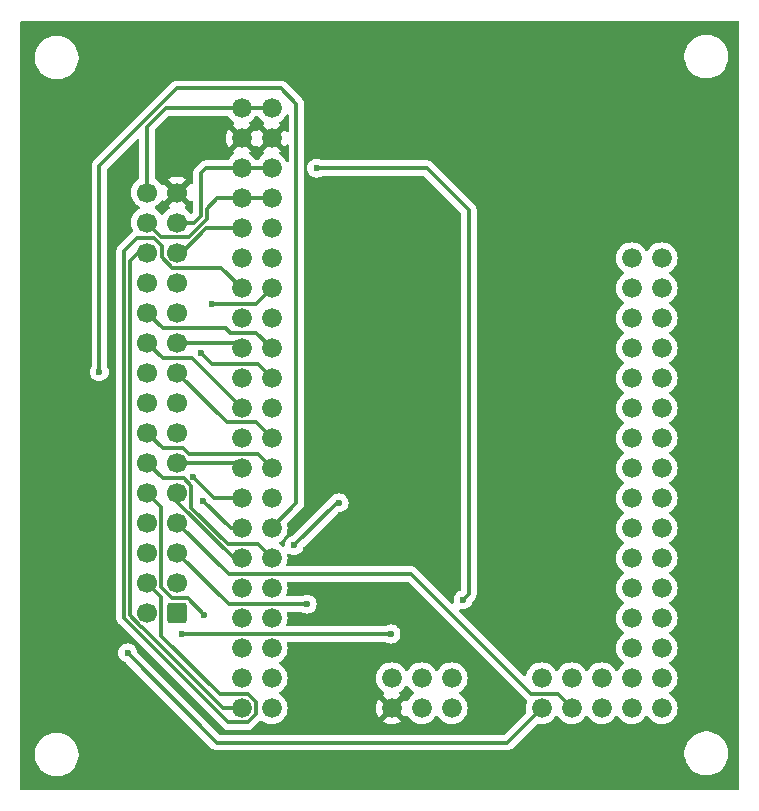
<source format=gbr>
%TF.GenerationSoftware,KiCad,Pcbnew,8.0.2*%
%TF.CreationDate,2024-08-20T17:24:06+07:00*%
%TF.ProjectId,Arduino_xtension_IDC30,41726475-696e-46f5-9f78-74656e73696f,rev?*%
%TF.SameCoordinates,Original*%
%TF.FileFunction,Copper,L2,Bot*%
%TF.FilePolarity,Positive*%
%FSLAX46Y46*%
G04 Gerber Fmt 4.6, Leading zero omitted, Abs format (unit mm)*
G04 Created by KiCad (PCBNEW 8.0.2) date 2024-08-20 17:24:06*
%MOMM*%
%LPD*%
G01*
G04 APERTURE LIST*
G04 Aperture macros list*
%AMRoundRect*
0 Rectangle with rounded corners*
0 $1 Rounding radius*
0 $2 $3 $4 $5 $6 $7 $8 $9 X,Y pos of 4 corners*
0 Add a 4 corners polygon primitive as box body*
4,1,4,$2,$3,$4,$5,$6,$7,$8,$9,$2,$3,0*
0 Add four circle primitives for the rounded corners*
1,1,$1+$1,$2,$3*
1,1,$1+$1,$4,$5*
1,1,$1+$1,$6,$7*
1,1,$1+$1,$8,$9*
0 Add four rect primitives between the rounded corners*
20,1,$1+$1,$2,$3,$4,$5,0*
20,1,$1+$1,$4,$5,$6,$7,0*
20,1,$1+$1,$6,$7,$8,$9,0*
20,1,$1+$1,$8,$9,$2,$3,0*%
G04 Aperture macros list end*
%TA.AperFunction,ComponentPad*%
%ADD10C,1.676400*%
%TD*%
%TA.AperFunction,ComponentPad*%
%ADD11RoundRect,0.250000X0.600000X0.600000X-0.600000X0.600000X-0.600000X-0.600000X0.600000X-0.600000X0*%
%TD*%
%TA.AperFunction,ComponentPad*%
%ADD12C,1.700000*%
%TD*%
%TA.AperFunction,ViaPad*%
%ADD13C,0.600000*%
%TD*%
%TA.AperFunction,Conductor*%
%ADD14C,0.300000*%
%TD*%
G04 APERTURE END LIST*
D10*
%TO.P,U1,VIN_2,VIN*%
%TO.N,VIN*%
X107100000Y-53480000D03*
%TO.P,U1,VIN_1,VIN*%
X104560000Y-53480000D03*
%TO.P,U1,GND_2,GND*%
%TO.N,GND*%
X107100000Y-56020000D03*
%TO.P,U1,GND_1,GND*%
X104560000Y-56020000D03*
%TO.P,U1,5V_1,5V*%
%TO.N,5V*%
X104560000Y-58560000D03*
%TO.P,U1,5V_2,5V*%
X107100000Y-58560000D03*
%TO.P,U1,3V3_2,3V3*%
%TO.N,3.3V*%
X107100000Y-61100000D03*
%TO.P,U1,3V3_1,3V3*%
X104560000Y-61100000D03*
%TO.P,U1,RST,RST*%
%TO.N,~{RESET}*%
X104560000Y-63640000D03*
%TO.P,U1,AREF,AREF*%
%TO.N,unconnected-(U1-PadAREF)*%
X107100000Y-63640000D03*
%TO.P,U1,RX,RX*%
%TO.N,unconnected-(U1-PadRX)*%
X107100000Y-66180000D03*
%TO.P,U1,TX,TX*%
%TO.N,unconnected-(U1-PadTX)*%
X104560000Y-66180000D03*
%TO.P,U1,D3,D3*%
%TO.N,INT5*%
X104560000Y-68720000D03*
%TO.P,U1,D5,D5*%
%TO.N,unconnected-(U1-PadD5)*%
X104560000Y-71260000D03*
%TO.P,U1,D7,D7*%
%TO.N,PWM2*%
X104560000Y-73800000D03*
%TO.P,U1,D9,D9*%
%TO.N,CE*%
X104560000Y-76340000D03*
%TO.P,U1,D11,D11*%
%TO.N,PWM3*%
X104560000Y-78880000D03*
%TO.P,U1,D13,D13*%
%TO.N,unconnected-(U1-PadD13)*%
X104560000Y-81420000D03*
%TO.P,U1,D15,D15*%
%TO.N,RX3*%
X104560000Y-83960000D03*
%TO.P,U1,D17,D17*%
%TO.N,RX2*%
X104560000Y-86500000D03*
%TO.P,U1,D19,D19*%
%TO.N,RX1*%
X104560000Y-89040000D03*
%TO.P,U1,D21,D21*%
%TO.N,SCL*%
X104560000Y-91580000D03*
%TO.P,U1,D2,D2*%
%TO.N,INT4*%
X107100000Y-68720000D03*
%TO.P,U1,D4,D4*%
%TO.N,unconnected-(U1-PadD4)*%
X107100000Y-71260000D03*
%TO.P,U1,D6,D6*%
%TO.N,PWM1*%
X107100000Y-73800000D03*
%TO.P,U1,D8,D8*%
%TO.N,LED4*%
X107100000Y-76340000D03*
%TO.P,U1,D10,D10*%
%TO.N,unconnected-(U1-PadD10)*%
X107100000Y-78880000D03*
%TO.P,U1,D12,D12*%
%TO.N,PWM4*%
X107100000Y-81420000D03*
%TO.P,U1,D14,D14*%
%TO.N,TX3*%
X107100000Y-83960000D03*
%TO.P,U1,D16,D16*%
%TO.N,TX2*%
X107100000Y-86500000D03*
%TO.P,U1,D18,D18*%
%TO.N,TX1*%
X107100000Y-89040000D03*
%TO.P,U1,D20,D20*%
%TO.N,SDA*%
X107100000Y-91580000D03*
%TO.P,U1,D23,D23*%
%TO.N,unconnected-(U1-PadD23)*%
X104560000Y-94120000D03*
%TO.P,U1,D25,D25*%
%TO.N,unconnected-(U1-PadD25)*%
X104560000Y-96660000D03*
%TO.P,U1,D27,D27*%
%TO.N,unconnected-(U1-PadD27)*%
X104560000Y-99200000D03*
%TO.P,U1,D29,D29*%
%TO.N,LED3*%
X104560000Y-101740000D03*
%TO.P,U1,D31,D31*%
%TO.N,LED1*%
X104560000Y-104280000D03*
%TO.P,U1,D30,D30*%
%TO.N,LED2*%
X107100000Y-104280000D03*
%TO.P,U1,D28,D28*%
%TO.N,unconnected-(U1-PadD28)*%
X107100000Y-101740000D03*
%TO.P,U1,D26,D26*%
%TO.N,unconnected-(U1-PadD26)*%
X107100000Y-99200000D03*
%TO.P,U1,D24,D24*%
%TO.N,unconnected-(U1-PadD24)*%
X107100000Y-96660000D03*
%TO.P,U1,D22,D22*%
%TO.N,unconnected-(U1-PadD22)*%
X107100000Y-94120000D03*
%TO.P,U1,A1,A1*%
%TO.N,unconnected-(U1-PadA1)*%
X137580000Y-66180000D03*
%TO.P,U1,A0,A0*%
%TO.N,unconnected-(U1-PadA0)*%
X140120000Y-66180000D03*
%TO.P,U1,A2,A2*%
%TO.N,unconnected-(U1-PadA2)*%
X140120000Y-68720000D03*
%TO.P,U1,A3,A3*%
%TO.N,unconnected-(U1-PadA3)*%
X137580000Y-68720000D03*
%TO.P,U1,A5,A5*%
%TO.N,unconnected-(U1-PadA5)*%
X137580000Y-71260000D03*
%TO.P,U1,A4,A4*%
%TO.N,unconnected-(U1-PadA4)*%
X140120000Y-71260000D03*
%TO.P,U1,A6,A6*%
%TO.N,unconnected-(U1-PadA6)*%
X140120000Y-73800000D03*
%TO.P,U1,A7,A7*%
%TO.N,unconnected-(U1-PadA7)*%
X137580000Y-73800000D03*
%TO.P,U1,A8,A8*%
%TO.N,unconnected-(U1-PadA8)*%
X140120000Y-76340000D03*
%TO.P,U1,A9,A9*%
%TO.N,unconnected-(U1-PadA9)*%
X137580000Y-76340000D03*
%TO.P,U1,A10,A10*%
%TO.N,unconnected-(U1-PadA10)*%
X140120000Y-78880000D03*
%TO.P,U1,A11,A11*%
%TO.N,unconnected-(U1-PadA11)*%
X137580000Y-78880000D03*
%TO.P,U1,A12,A12*%
%TO.N,unconnected-(U1-PadA12)*%
X140120000Y-81420000D03*
%TO.P,U1,A13,A13*%
%TO.N,unconnected-(U1-PadA13)*%
X137580000Y-81420000D03*
%TO.P,U1,A14,A14*%
%TO.N,unconnected-(U1-PadA14)*%
X140120000Y-83960000D03*
%TO.P,U1,A15,A15*%
%TO.N,unconnected-(U1-PadA15)*%
X137580000Y-83960000D03*
%TO.P,U1,D32,D32*%
%TO.N,unconnected-(U1-PadD32)*%
X140120000Y-86500000D03*
%TO.P,U1,D33,D33*%
%TO.N,unconnected-(U1-PadD33)*%
X137580000Y-86500000D03*
%TO.P,U1,D34,D34*%
%TO.N,unconnected-(U1-PadD34)*%
X140120000Y-89040000D03*
%TO.P,U1,D35,D35*%
%TO.N,unconnected-(U1-PadD35)*%
X137580000Y-89040000D03*
%TO.P,U1,D36,D36*%
%TO.N,unconnected-(U1-PadD36)*%
X140120000Y-91580000D03*
%TO.P,U1,D37,D37*%
%TO.N,unconnected-(U1-PadD37)*%
X137580000Y-91580000D03*
%TO.P,U1,D38,D38*%
%TO.N,unconnected-(U1-PadD38)*%
X140120000Y-94120000D03*
%TO.P,U1,D39,D39*%
%TO.N,unconnected-(U1-PadD39)*%
X137580000Y-94120000D03*
%TO.P,U1,D40,D40*%
%TO.N,unconnected-(U1-PadD40)*%
X140120000Y-96660000D03*
%TO.P,U1,D41,D41*%
%TO.N,unconnected-(U1-PadD41)*%
X137580000Y-96660000D03*
%TO.P,U1,D42,D42*%
%TO.N,unconnected-(U1-PadD42)*%
X140120000Y-99200000D03*
%TO.P,U1,D43,D43*%
%TO.N,unconnected-(U1-PadD43)*%
X137580000Y-99200000D03*
%TO.P,U1,D44,D44*%
%TO.N,unconnected-(U1-PadD44)*%
X140120000Y-101740000D03*
%TO.P,U1,D45,D45*%
%TO.N,unconnected-(U1-PadD45)*%
X137580000Y-101740000D03*
%TO.P,U1,D46,D46*%
%TO.N,unconnected-(U1-PadD46)*%
X140120000Y-104280000D03*
%TO.P,U1,D47,D47*%
%TO.N,unconnected-(U1-PadD47)*%
X137580000Y-104280000D03*
%TO.P,U1,D48,D48*%
%TO.N,unconnected-(U1-PadD48)*%
X135040000Y-104280000D03*
%TO.P,U1,D49,D49*%
%TO.N,unconnected-(U1-PadD49)*%
X135040000Y-101740000D03*
%TO.P,U1,D51,D51*%
%TO.N,MOSI*%
X132500000Y-101740000D03*
%TO.P,U1,D50,D50*%
%TO.N,MISO*%
X132500000Y-104280000D03*
%TO.P,U1,D52,D52*%
%TO.N,CLK*%
X129960000Y-104280000D03*
%TO.P,U1,D53,D53*%
%TO.N,CSE*%
X129960000Y-101740000D03*
%TO.P,U1,RESET,RESET*%
%TO.N,unconnected-(U1-PadRESET)*%
X117260000Y-101740000D03*
%TO.P,U1,GND_3,GND*%
%TO.N,GND*%
X117260000Y-104280000D03*
%TO.P,U1,SCK,SCK*%
%TO.N,unconnected-(U1-PadSCK)*%
X119800000Y-101740000D03*
%TO.P,U1,MISO,MISO*%
%TO.N,unconnected-(U1-PadMISO)*%
X122340000Y-101740000D03*
%TO.P,U1,5V_3,5V*%
%TO.N,5V*%
X122340000Y-104280000D03*
%TO.P,U1,MOSI,MOSI*%
%TO.N,unconnected-(U1-PadMOSI)*%
X119800000Y-104280000D03*
%TD*%
D11*
%TO.P,J1,1,29*%
%TO.N,unconnected-(J1-29-Pad1)*%
X99097500Y-96180000D03*
D12*
%TO.P,J1,2,30*%
%TO.N,unconnected-(J1-30-Pad2)*%
X96557500Y-96180000D03*
%TO.P,J1,3,27*%
%TO.N,INT4*%
X99097500Y-93640000D03*
%TO.P,J1,4,28*%
%TO.N,INT5*%
X96557500Y-93640000D03*
%TO.P,J1,5,25*%
%TO.N,CE*%
X99097500Y-91100000D03*
%TO.P,J1,6,26*%
%TO.N,CSE*%
X96557500Y-91100000D03*
%TO.P,J1,7,23*%
%TO.N,MISO*%
X99097500Y-88560000D03*
%TO.P,J1,8,24*%
%TO.N,CLK*%
X96557500Y-88560000D03*
%TO.P,J1,9,21*%
%TO.N,SCL*%
X99097500Y-86020000D03*
%TO.P,J1,10,22*%
%TO.N,MOSI*%
X96557500Y-86020000D03*
%TO.P,J1,11,19*%
%TO.N,RX3*%
X99097500Y-83480000D03*
%TO.P,J1,12,20*%
%TO.N,SDA*%
X96557500Y-83480000D03*
%TO.P,J1,13,17*%
%TO.N,RX2*%
X99097500Y-80940000D03*
%TO.P,J1,14,18*%
%TO.N,TX3*%
X96557500Y-80940000D03*
%TO.P,J1,15,15*%
%TO.N,RX1*%
X99097500Y-78400000D03*
%TO.P,J1,16,16*%
%TO.N,TX2*%
X96557500Y-78400000D03*
%TO.P,J1,17,13*%
%TO.N,PWM4*%
X99097500Y-75860000D03*
%TO.P,J1,18,14*%
%TO.N,TX1*%
X96557500Y-75860000D03*
%TO.P,J1,19,11*%
%TO.N,PWM2*%
X99097500Y-73320000D03*
%TO.P,J1,20,12*%
%TO.N,PWM3*%
X96557500Y-73320000D03*
%TO.P,J1,21,9*%
%TO.N,LED4*%
X99097500Y-70780000D03*
%TO.P,J1,22,10*%
%TO.N,PWM1*%
X96557500Y-70780000D03*
%TO.P,J1,23,7*%
%TO.N,LED2*%
X99097500Y-68240000D03*
%TO.P,J1,24,8*%
%TO.N,LED3*%
X96557500Y-68240000D03*
%TO.P,J1,25,5*%
%TO.N,~{RESET}*%
X99097500Y-65700000D03*
%TO.P,J1,26,6*%
%TO.N,LED1*%
X96557500Y-65700000D03*
%TO.P,J1,27,3*%
%TO.N,5V*%
X99097500Y-63160000D03*
%TO.P,J1,28,4*%
%TO.N,3.3V*%
X96557500Y-63160000D03*
%TO.P,J1,29,1*%
%TO.N,GND*%
X99097500Y-60620000D03*
%TO.P,J1,30,2*%
%TO.N,VIN*%
X96557500Y-60620000D03*
%TD*%
D13*
%TO.N,5V*%
X123300000Y-95100000D03*
X110900000Y-58560000D03*
%TO.N,TX2*%
X109000000Y-90500000D03*
X112800000Y-86900000D03*
%TO.N,TX1*%
X92500000Y-75800000D03*
%TO.N,RX1*%
X101300000Y-86700000D03*
%TO.N,RX2*%
X100471603Y-84728395D03*
%TO.N,LED4*%
X101100000Y-74200000D03*
%TO.N,CLK*%
X94900000Y-99600000D03*
%TO.N,CSE*%
X117200000Y-98000000D03*
X99500000Y-98000000D03*
%TO.N,CE*%
X110100000Y-95471800D03*
%TO.N,MOSI*%
X101400000Y-96400000D03*
%TO.N,INT4*%
X102050000Y-70071800D03*
%TD*%
D14*
%TO.N,5V*%
X123300000Y-95100000D02*
X123400000Y-95000000D01*
X123800000Y-62100000D02*
X123800000Y-94600000D01*
X120260000Y-58560000D02*
X123800000Y-62100000D01*
X110900000Y-58560000D02*
X120260000Y-58560000D01*
X123800000Y-94600000D02*
X123300000Y-95100000D01*
%TO.N,CLK*%
X102500000Y-107200000D02*
X94900000Y-99600000D01*
X127040000Y-107200000D02*
X102500000Y-107200000D01*
X129960000Y-104280000D02*
X127040000Y-107200000D01*
%TO.N,TX2*%
X112600000Y-86900000D02*
X109000000Y-90500000D01*
X112800000Y-86900000D02*
X112600000Y-86900000D01*
X109000000Y-90500000D02*
X109100000Y-90400000D01*
%TO.N,TX1*%
X109200000Y-86940000D02*
X107100000Y-89040000D01*
X109200000Y-53100000D02*
X109200000Y-86940000D01*
X99092894Y-51800000D02*
X107900000Y-51800000D01*
X107900000Y-51800000D02*
X109200000Y-53100000D01*
X92500000Y-75800000D02*
X92500000Y-58392894D01*
X92500000Y-58392894D02*
X99092894Y-51800000D01*
%TO.N,RX1*%
X103640000Y-89040000D02*
X104560000Y-89040000D01*
X101300000Y-86700000D02*
X103640000Y-89040000D01*
%TO.N,SDA*%
X105911800Y-90391800D02*
X107100000Y-91580000D01*
X100297500Y-87290394D02*
X103398906Y-90391800D01*
X100297500Y-85473531D02*
X100297500Y-87290394D01*
X99643969Y-84820000D02*
X100297500Y-85473531D01*
X97897500Y-84820000D02*
X99643969Y-84820000D01*
X96557500Y-83480000D02*
X97897500Y-84820000D01*
X103398906Y-90391800D02*
X105911800Y-90391800D01*
%TO.N,SCL*%
X99097500Y-86797500D02*
X103880000Y-91580000D01*
X103880000Y-91580000D02*
X104560000Y-91580000D01*
X99097500Y-86020000D02*
X99097500Y-86797500D01*
%TO.N,INT4*%
X102050000Y-70071800D02*
X105748200Y-70071800D01*
X105748200Y-70071800D02*
X107100000Y-68720000D01*
%TO.N,RX2*%
X102243208Y-86500000D02*
X104560000Y-86500000D01*
X100471603Y-84728395D02*
X102243208Y-86500000D01*
%TO.N,LED4*%
X102051800Y-75151800D02*
X101100000Y-74200000D01*
X105911800Y-75151800D02*
X102051800Y-75151800D01*
X107100000Y-76340000D02*
X105911800Y-75151800D01*
%TO.N,CSE*%
X117100000Y-98011800D02*
X117088200Y-98011800D01*
X117200000Y-98000000D02*
X117100000Y-98011800D01*
X117076400Y-98011800D02*
X117200000Y-98000000D01*
X99511800Y-98011800D02*
X117076400Y-98011800D01*
X99500000Y-98000000D02*
X99511800Y-98011800D01*
%TO.N,CE*%
X103469300Y-95471800D02*
X99097500Y-91100000D01*
X110100000Y-95471800D02*
X103469300Y-95471800D01*
%TO.N,MOSI*%
X99980000Y-94980000D02*
X101400000Y-96400000D01*
X98700000Y-94980000D02*
X99980000Y-94980000D01*
X97757500Y-94037500D02*
X98700000Y-94980000D01*
X97757500Y-87220000D02*
X97757500Y-94037500D01*
X96557500Y-86020000D02*
X97757500Y-87220000D01*
%TO.N,MISO*%
X131311800Y-103091800D02*
X132500000Y-104280000D01*
X103469300Y-92931800D02*
X118931801Y-92931800D01*
X129091801Y-103091800D02*
X131311800Y-103091800D01*
X99097500Y-88560000D02*
X103469300Y-92931800D01*
X118931801Y-92931800D02*
X129091801Y-103091800D01*
%TO.N,INT5*%
X98700443Y-67000000D02*
X102840000Y-67000000D01*
X97800000Y-66099557D02*
X98700443Y-67000000D01*
X97800000Y-65172722D02*
X97800000Y-66099557D01*
X97127278Y-64500000D02*
X97800000Y-65172722D01*
X102840000Y-67000000D02*
X104560000Y-68720000D01*
X94600000Y-65600000D02*
X95700000Y-64500000D01*
X94600000Y-96626664D02*
X94600000Y-65600000D01*
X105052169Y-103091800D02*
X105748200Y-103787831D01*
X105748200Y-103787831D02*
X105748200Y-104772169D01*
X103441536Y-105468200D02*
X94600000Y-96626664D01*
X102691431Y-103091800D02*
X105052169Y-103091800D01*
X97757500Y-94840000D02*
X97757500Y-98157869D01*
X105052169Y-105468200D02*
X103441536Y-105468200D01*
X97757500Y-98157869D02*
X102691431Y-103091800D01*
X96557500Y-93640000D02*
X97757500Y-94840000D01*
X105748200Y-104772169D02*
X105052169Y-105468200D01*
X95700000Y-64500000D02*
X97127278Y-64500000D01*
X96340000Y-93640000D02*
X96300000Y-93600000D01*
X96557500Y-93640000D02*
X96340000Y-93640000D01*
%TO.N,LED1*%
X102980000Y-104280000D02*
X104560000Y-104280000D01*
X96060443Y-97380000D02*
X96080000Y-97380000D01*
X95100000Y-96419557D02*
X96060443Y-97380000D01*
X95100000Y-66400000D02*
X95100000Y-96419557D01*
X96080000Y-97380000D02*
X102980000Y-104280000D01*
X95800000Y-65700000D02*
X95100000Y-66400000D01*
X96557500Y-65700000D02*
X95800000Y-65700000D01*
%TO.N,TX3*%
X105911800Y-82771800D02*
X107100000Y-83960000D01*
X100086357Y-82771800D02*
X105911800Y-82771800D01*
X97897500Y-82280000D02*
X99594557Y-82280000D01*
X96557500Y-80940000D02*
X97897500Y-82280000D01*
X99594557Y-82280000D02*
X100086357Y-82771800D01*
%TO.N,RX3*%
X104080000Y-83480000D02*
X104560000Y-83960000D01*
X99097500Y-83480000D02*
X104080000Y-83480000D01*
%TO.N,PWM4*%
X105748200Y-80068200D02*
X107100000Y-81420000D01*
X103305700Y-80068200D02*
X105748200Y-80068200D01*
X99097500Y-75860000D02*
X103305700Y-80068200D01*
%TO.N,PWM3*%
X97897500Y-74660000D02*
X100340000Y-74660000D01*
X96557500Y-73320000D02*
X97897500Y-74660000D01*
X100340000Y-74660000D02*
X104560000Y-78880000D01*
%TO.N,PWM1*%
X103600000Y-72500000D02*
X105800000Y-72500000D01*
X103220000Y-72120000D02*
X103600000Y-72500000D01*
X97897500Y-72120000D02*
X103220000Y-72120000D01*
X105800000Y-72500000D02*
X107100000Y-73800000D01*
X96557500Y-70780000D02*
X97897500Y-72120000D01*
%TO.N,PWM2*%
X104080000Y-73320000D02*
X104560000Y-73800000D01*
X99097500Y-73320000D02*
X104080000Y-73320000D01*
%TO.N,~{RESET}*%
X99507106Y-65700000D02*
X99097500Y-65700000D01*
X101567106Y-63640000D02*
X99507106Y-65700000D01*
X104560000Y-63640000D02*
X101567106Y-63640000D01*
%TO.N,3.3V*%
X104560000Y-61100000D02*
X107100000Y-61100000D01*
X102500000Y-61100000D02*
X104560000Y-61100000D01*
X101600000Y-62000000D02*
X102500000Y-61100000D01*
X97757500Y-64360000D02*
X100140000Y-64360000D01*
X101600000Y-62900000D02*
X101600000Y-62000000D01*
X100140000Y-64360000D02*
X101600000Y-62900000D01*
X96557500Y-63160000D02*
X97757500Y-64360000D01*
%TO.N,5V*%
X104560000Y-58560000D02*
X107100000Y-58560000D01*
X101100000Y-59000000D02*
X101540000Y-58560000D01*
X101100000Y-62600000D02*
X101100000Y-59000000D01*
X101540000Y-58560000D02*
X104560000Y-58560000D01*
X100540000Y-63160000D02*
X101100000Y-62600000D01*
X99097500Y-63160000D02*
X100540000Y-63160000D01*
%TO.N,VIN*%
X107100000Y-53480000D02*
X104560000Y-53480000D01*
X98120000Y-53480000D02*
X104560000Y-53480000D01*
X96557500Y-55042500D02*
X98120000Y-53480000D01*
X96557500Y-60620000D02*
X96557500Y-55042500D01*
%TD*%
%TA.AperFunction,Conductor*%
%TO.N,GND*%
G36*
X98631575Y-60812993D02*
G01*
X98697401Y-60927007D01*
X98790493Y-61020099D01*
X98904507Y-61085925D01*
X98968090Y-61102962D01*
X98336125Y-61734925D01*
X98412094Y-61788119D01*
X98455719Y-61842696D01*
X98462913Y-61912194D01*
X98431390Y-61974549D01*
X98412095Y-61991269D01*
X98226094Y-62121508D01*
X98059005Y-62288597D01*
X97929075Y-62474158D01*
X97874498Y-62517783D01*
X97805000Y-62524977D01*
X97742645Y-62493454D01*
X97725925Y-62474158D01*
X97595994Y-62288597D01*
X97428902Y-62121506D01*
X97428896Y-62121501D01*
X97243342Y-61991575D01*
X97199717Y-61936998D01*
X97192523Y-61867500D01*
X97224046Y-61805145D01*
X97243342Y-61788425D01*
X97390582Y-61685326D01*
X97428901Y-61658495D01*
X97595995Y-61491401D01*
X97726232Y-61305403D01*
X97780807Y-61261780D01*
X97850305Y-61254586D01*
X97912660Y-61286109D01*
X97929380Y-61305405D01*
X97982573Y-61381373D01*
X98614537Y-60749409D01*
X98631575Y-60812993D01*
G37*
%TD.AperFunction*%
%TA.AperFunction,Conductor*%
G36*
X100212425Y-61381373D02*
G01*
X100223925Y-61364950D01*
X100278502Y-61321326D01*
X100348001Y-61314133D01*
X100410355Y-61345655D01*
X100445769Y-61405885D01*
X100449500Y-61436074D01*
X100449500Y-62279191D01*
X100429815Y-62346230D01*
X100413181Y-62366872D01*
X100386880Y-62393173D01*
X100325557Y-62426658D01*
X100255865Y-62421674D01*
X100199932Y-62379802D01*
X100197624Y-62376615D01*
X100135993Y-62288596D01*
X99968902Y-62121506D01*
X99968901Y-62121505D01*
X99782905Y-61991269D01*
X99739281Y-61936692D01*
X99732088Y-61867193D01*
X99763610Y-61804839D01*
X99782905Y-61788119D01*
X99858873Y-61734925D01*
X99226909Y-61102962D01*
X99290493Y-61085925D01*
X99404507Y-61020099D01*
X99497599Y-60927007D01*
X99563425Y-60812993D01*
X99580462Y-60749410D01*
X100212425Y-61381373D01*
G37*
%TD.AperFunction*%
%TA.AperFunction,Conductor*%
G36*
X103383723Y-54150185D02*
G01*
X103418255Y-54183372D01*
X103530579Y-54343787D01*
X103696213Y-54509421D01*
X103888093Y-54643777D01*
X103888094Y-54643777D01*
X103892528Y-54646882D01*
X103891613Y-54648187D01*
X103934787Y-54693456D01*
X103948018Y-54762061D01*
X103922058Y-54826929D01*
X103892236Y-54852779D01*
X103892778Y-54853553D01*
X103807099Y-54913544D01*
X103807098Y-54913545D01*
X104513554Y-55620000D01*
X104507339Y-55620000D01*
X104405606Y-55647259D01*
X104314394Y-55699920D01*
X104239920Y-55774394D01*
X104187259Y-55865606D01*
X104160000Y-55967339D01*
X104160000Y-55973553D01*
X103453545Y-55267098D01*
X103453544Y-55267099D01*
X103396659Y-55348341D01*
X103297701Y-55560558D01*
X103297697Y-55560567D01*
X103237097Y-55786731D01*
X103237095Y-55786741D01*
X103216688Y-56019998D01*
X103216688Y-56020001D01*
X103237095Y-56253258D01*
X103237097Y-56253268D01*
X103297697Y-56479432D01*
X103297701Y-56479441D01*
X103396657Y-56691654D01*
X103396658Y-56691656D01*
X103453545Y-56772899D01*
X103453546Y-56772900D01*
X104160000Y-56066446D01*
X104160000Y-56072661D01*
X104187259Y-56174394D01*
X104239920Y-56265606D01*
X104314394Y-56340080D01*
X104405606Y-56392741D01*
X104507339Y-56420000D01*
X104513553Y-56420000D01*
X103807098Y-57126453D01*
X103892779Y-57186447D01*
X103891817Y-57187820D01*
X103934786Y-57232872D01*
X103948019Y-57301477D01*
X103922061Y-57366346D01*
X103892017Y-57392388D01*
X103892528Y-57393118D01*
X103888094Y-57396222D01*
X103888093Y-57396223D01*
X103696213Y-57530579D01*
X103696211Y-57530580D01*
X103696208Y-57530583D01*
X103530583Y-57696208D01*
X103530580Y-57696211D01*
X103530579Y-57696213D01*
X103418256Y-57856626D01*
X103363682Y-57900248D01*
X103316684Y-57909500D01*
X101475929Y-57909500D01*
X101350261Y-57934497D01*
X101350255Y-57934499D01*
X101231874Y-57983534D01*
X101125326Y-58054726D01*
X100594724Y-58585328D01*
X100552387Y-58648690D01*
X100552388Y-58648691D01*
X100523534Y-58691874D01*
X100474499Y-58810255D01*
X100474497Y-58810261D01*
X100449500Y-58935928D01*
X100449500Y-59803925D01*
X100429815Y-59870964D01*
X100377011Y-59916719D01*
X100307853Y-59926663D01*
X100244297Y-59897638D01*
X100223925Y-59875048D01*
X100212426Y-59858626D01*
X100212425Y-59858625D01*
X99580462Y-60490589D01*
X99563425Y-60427007D01*
X99497599Y-60312993D01*
X99404507Y-60219901D01*
X99290493Y-60154075D01*
X99226910Y-60137037D01*
X99858873Y-59505073D01*
X99858873Y-59505072D01*
X99775083Y-59446402D01*
X99775079Y-59446400D01*
X99560992Y-59346570D01*
X99560983Y-59346566D01*
X99332826Y-59285432D01*
X99332815Y-59285430D01*
X99097502Y-59264843D01*
X99097498Y-59264843D01*
X98862184Y-59285430D01*
X98862173Y-59285432D01*
X98634016Y-59346566D01*
X98634007Y-59346570D01*
X98419919Y-59446401D01*
X98336125Y-59505072D01*
X98968090Y-60137037D01*
X98904507Y-60154075D01*
X98790493Y-60219901D01*
X98697401Y-60312993D01*
X98631575Y-60427007D01*
X98614537Y-60490590D01*
X97982573Y-59858626D01*
X97929381Y-59934594D01*
X97874804Y-59978219D01*
X97805306Y-59985413D01*
X97742951Y-59953891D01*
X97726230Y-59934594D01*
X97595994Y-59748597D01*
X97428902Y-59581506D01*
X97428901Y-59581505D01*
X97319745Y-59505073D01*
X97260876Y-59463852D01*
X97217251Y-59409275D01*
X97208000Y-59362277D01*
X97208000Y-55363308D01*
X97227685Y-55296269D01*
X97244319Y-55275627D01*
X98353127Y-54166819D01*
X98414450Y-54133334D01*
X98440808Y-54130500D01*
X103316684Y-54130500D01*
X103383723Y-54150185D01*
G37*
%TD.AperFunction*%
%TA.AperFunction,Conductor*%
G36*
X108206453Y-56772900D02*
G01*
X108263341Y-56691655D01*
X108313118Y-56584910D01*
X108359290Y-56532471D01*
X108426484Y-56513319D01*
X108493365Y-56533535D01*
X108538699Y-56586700D01*
X108549500Y-56637315D01*
X108549500Y-57941500D01*
X108529815Y-58008539D01*
X108477011Y-58054294D01*
X108407853Y-58064238D01*
X108344297Y-58035213D01*
X108313118Y-57993905D01*
X108263777Y-57888093D01*
X108226048Y-57834211D01*
X108129421Y-57696213D01*
X107963787Y-57530579D01*
X107771907Y-57396223D01*
X107771905Y-57396222D01*
X107767472Y-57393118D01*
X107768384Y-57391814D01*
X107725207Y-57346532D01*
X107711982Y-57277926D01*
X107737949Y-57213060D01*
X107767765Y-57187224D01*
X107767221Y-57186447D01*
X107852900Y-57126453D01*
X107146448Y-56420000D01*
X107152661Y-56420000D01*
X107254394Y-56392741D01*
X107345606Y-56340080D01*
X107420080Y-56265606D01*
X107472741Y-56174394D01*
X107500000Y-56072661D01*
X107500000Y-56066447D01*
X108206453Y-56772900D01*
G37*
%TD.AperFunction*%
%TA.AperFunction,Conductor*%
G36*
X106700000Y-56072661D02*
G01*
X106727259Y-56174394D01*
X106779920Y-56265606D01*
X106854394Y-56340080D01*
X106945606Y-56392741D01*
X107047339Y-56420000D01*
X107053553Y-56420000D01*
X106347098Y-57126453D01*
X106432779Y-57186447D01*
X106431817Y-57187820D01*
X106474786Y-57232872D01*
X106488019Y-57301477D01*
X106462061Y-57366346D01*
X106432017Y-57392388D01*
X106432528Y-57393118D01*
X106428094Y-57396222D01*
X106428093Y-57396223D01*
X106236213Y-57530579D01*
X106236211Y-57530580D01*
X106236208Y-57530583D01*
X106070583Y-57696208D01*
X106070580Y-57696211D01*
X106070579Y-57696213D01*
X105958256Y-57856626D01*
X105903682Y-57900248D01*
X105856684Y-57909500D01*
X105803316Y-57909500D01*
X105736277Y-57889815D01*
X105701744Y-57856627D01*
X105589421Y-57696213D01*
X105423787Y-57530579D01*
X105231907Y-57396223D01*
X105231905Y-57396222D01*
X105227472Y-57393118D01*
X105228384Y-57391814D01*
X105185207Y-57346532D01*
X105171982Y-57277926D01*
X105197949Y-57213060D01*
X105227765Y-57187224D01*
X105227221Y-57186447D01*
X105312900Y-57126453D01*
X104606448Y-56420000D01*
X104612661Y-56420000D01*
X104714394Y-56392741D01*
X104805606Y-56340080D01*
X104880080Y-56265606D01*
X104932741Y-56174394D01*
X104960000Y-56072661D01*
X104960000Y-56066447D01*
X105666453Y-56772900D01*
X105726447Y-56687221D01*
X105727684Y-56688087D01*
X105773166Y-56644710D01*
X105841771Y-56631478D01*
X105906639Y-56657438D01*
X105932866Y-56687701D01*
X105933553Y-56687221D01*
X105993545Y-56772899D01*
X105993546Y-56772900D01*
X106700000Y-56066446D01*
X106700000Y-56072661D01*
G37*
%TD.AperFunction*%
%TA.AperFunction,Conductor*%
G36*
X105923723Y-54150185D02*
G01*
X105958255Y-54183372D01*
X106070579Y-54343787D01*
X106236213Y-54509421D01*
X106428093Y-54643777D01*
X106428094Y-54643777D01*
X106432528Y-54646882D01*
X106431613Y-54648187D01*
X106474787Y-54693456D01*
X106488018Y-54762061D01*
X106462058Y-54826929D01*
X106432236Y-54852779D01*
X106432778Y-54853553D01*
X106347099Y-54913544D01*
X106347098Y-54913545D01*
X107053554Y-55620000D01*
X107047339Y-55620000D01*
X106945606Y-55647259D01*
X106854394Y-55699920D01*
X106779920Y-55774394D01*
X106727259Y-55865606D01*
X106700000Y-55967339D01*
X106700000Y-55973553D01*
X105993545Y-55267098D01*
X105993544Y-55267099D01*
X105933553Y-55352778D01*
X105932321Y-55351915D01*
X105886805Y-55395304D01*
X105818197Y-55408518D01*
X105753335Y-55382542D01*
X105727134Y-55352297D01*
X105726447Y-55352779D01*
X105666453Y-55267099D01*
X105666453Y-55267098D01*
X104960000Y-55973551D01*
X104960000Y-55967339D01*
X104932741Y-55865606D01*
X104880080Y-55774394D01*
X104805606Y-55699920D01*
X104714394Y-55647259D01*
X104612661Y-55620000D01*
X104606447Y-55620000D01*
X105312900Y-54913546D01*
X105312899Y-54913545D01*
X105227221Y-54853553D01*
X105228181Y-54852181D01*
X105185207Y-54807115D01*
X105171981Y-54738509D01*
X105197946Y-54673643D01*
X105227985Y-54647615D01*
X105227472Y-54646882D01*
X105231905Y-54643777D01*
X105231907Y-54643777D01*
X105423787Y-54509421D01*
X105589421Y-54343787D01*
X105701743Y-54183373D01*
X105756318Y-54139752D01*
X105803316Y-54130500D01*
X105856684Y-54130500D01*
X105923723Y-54150185D01*
G37*
%TD.AperFunction*%
%TA.AperFunction,Conductor*%
G36*
X108493365Y-53994719D02*
G01*
X108538699Y-54047884D01*
X108549500Y-54098499D01*
X108549500Y-55402684D01*
X108529815Y-55469723D01*
X108477011Y-55515478D01*
X108407853Y-55525422D01*
X108344297Y-55496397D01*
X108313118Y-55455089D01*
X108263342Y-55348345D01*
X108263341Y-55348343D01*
X108206453Y-55267099D01*
X108206453Y-55267098D01*
X107500000Y-55973551D01*
X107500000Y-55967339D01*
X107472741Y-55865606D01*
X107420080Y-55774394D01*
X107345606Y-55699920D01*
X107254394Y-55647259D01*
X107152661Y-55620000D01*
X107146447Y-55620000D01*
X107852900Y-54913546D01*
X107852899Y-54913545D01*
X107767221Y-54853553D01*
X107768181Y-54852181D01*
X107725207Y-54807115D01*
X107711981Y-54738509D01*
X107737946Y-54673643D01*
X107767985Y-54647615D01*
X107767472Y-54646882D01*
X107771905Y-54643777D01*
X107771907Y-54643777D01*
X107963787Y-54509421D01*
X108129421Y-54343787D01*
X108263777Y-54151907D01*
X108313118Y-54046093D01*
X108359290Y-53993655D01*
X108426484Y-53974503D01*
X108493365Y-53994719D01*
G37*
%TD.AperFunction*%
%TA.AperFunction,Conductor*%
G36*
X118606645Y-102378447D02*
G01*
X118632294Y-102408048D01*
X118633118Y-102407472D01*
X118636222Y-102411905D01*
X118636223Y-102411907D01*
X118770579Y-102603787D01*
X118936213Y-102769421D01*
X119128093Y-102903777D01*
X119128094Y-102903777D01*
X119132528Y-102906882D01*
X119131521Y-102908319D01*
X119174297Y-102953190D01*
X119187513Y-103021798D01*
X119161540Y-103086660D01*
X119131953Y-103112297D01*
X119132528Y-103113118D01*
X119128094Y-103116222D01*
X119128093Y-103116223D01*
X118936213Y-103250579D01*
X118936211Y-103250580D01*
X118936208Y-103250583D01*
X118770583Y-103416208D01*
X118770580Y-103416211D01*
X118770579Y-103416213D01*
X118636223Y-103608093D01*
X118633118Y-103612528D01*
X118631819Y-103611618D01*
X118586505Y-103654807D01*
X118517895Y-103668015D01*
X118453036Y-103642033D01*
X118427224Y-103612234D01*
X118426447Y-103612779D01*
X118366453Y-103527099D01*
X118366453Y-103527098D01*
X117660000Y-104233551D01*
X117660000Y-104227339D01*
X117632741Y-104125606D01*
X117580080Y-104034394D01*
X117505606Y-103959920D01*
X117414394Y-103907259D01*
X117312661Y-103880000D01*
X117306447Y-103880000D01*
X118012900Y-103173546D01*
X118012899Y-103173545D01*
X117927221Y-103113553D01*
X117928181Y-103112181D01*
X117885207Y-103067115D01*
X117871981Y-102998509D01*
X117897946Y-102933643D01*
X117927985Y-102907615D01*
X117927472Y-102906882D01*
X117931905Y-102903777D01*
X117931907Y-102903777D01*
X118123787Y-102769421D01*
X118289421Y-102603787D01*
X118423777Y-102411907D01*
X118423777Y-102411905D01*
X118426882Y-102407472D01*
X118428323Y-102408481D01*
X118473172Y-102365712D01*
X118541778Y-102352484D01*
X118606645Y-102378447D01*
G37*
%TD.AperFunction*%
%TA.AperFunction,Conductor*%
G36*
X146647984Y-46114740D02*
G01*
X146693739Y-46167544D01*
X146704945Y-46219055D01*
X146704945Y-111075500D01*
X146685260Y-111142539D01*
X146632456Y-111188294D01*
X146580945Y-111199500D01*
X85902000Y-111199500D01*
X85834961Y-111179815D01*
X85789206Y-111127011D01*
X85778000Y-111075500D01*
X85778000Y-108078711D01*
X87049500Y-108078711D01*
X87049500Y-108321288D01*
X87081161Y-108561785D01*
X87143947Y-108796104D01*
X87236773Y-109020205D01*
X87236776Y-109020212D01*
X87358064Y-109230289D01*
X87358066Y-109230292D01*
X87358067Y-109230293D01*
X87505733Y-109422736D01*
X87505739Y-109422743D01*
X87677256Y-109594260D01*
X87677262Y-109594265D01*
X87869711Y-109741936D01*
X88079788Y-109863224D01*
X88303900Y-109956054D01*
X88538211Y-110018838D01*
X88718586Y-110042584D01*
X88778711Y-110050500D01*
X88778712Y-110050500D01*
X89021289Y-110050500D01*
X89069388Y-110044167D01*
X89261789Y-110018838D01*
X89496100Y-109956054D01*
X89720212Y-109863224D01*
X89930289Y-109741936D01*
X90122738Y-109594265D01*
X90294265Y-109422738D01*
X90441936Y-109230289D01*
X90563224Y-109020212D01*
X90656054Y-108796100D01*
X90718838Y-108561789D01*
X90750500Y-108321288D01*
X90750500Y-108078712D01*
X90737335Y-107978711D01*
X142049500Y-107978711D01*
X142049500Y-108221288D01*
X142081161Y-108461785D01*
X142143947Y-108696104D01*
X142185367Y-108796100D01*
X142236776Y-108920212D01*
X142358064Y-109130289D01*
X142358066Y-109130292D01*
X142358067Y-109130293D01*
X142505733Y-109322736D01*
X142505739Y-109322743D01*
X142677256Y-109494260D01*
X142677262Y-109494265D01*
X142869711Y-109641936D01*
X143079788Y-109763224D01*
X143303900Y-109856054D01*
X143538211Y-109918838D01*
X143718586Y-109942584D01*
X143778711Y-109950500D01*
X143778712Y-109950500D01*
X144021289Y-109950500D01*
X144069388Y-109944167D01*
X144261789Y-109918838D01*
X144496100Y-109856054D01*
X144720212Y-109763224D01*
X144930289Y-109641936D01*
X145122738Y-109494265D01*
X145294265Y-109322738D01*
X145441936Y-109130289D01*
X145563224Y-108920212D01*
X145656054Y-108696100D01*
X145718838Y-108461789D01*
X145750500Y-108221288D01*
X145750500Y-107978712D01*
X145718838Y-107738211D01*
X145656054Y-107503900D01*
X145563224Y-107279788D01*
X145441936Y-107069711D01*
X145294265Y-106877262D01*
X145294260Y-106877256D01*
X145122743Y-106705739D01*
X145122736Y-106705733D01*
X144930293Y-106558067D01*
X144930292Y-106558066D01*
X144930289Y-106558064D01*
X144720212Y-106436776D01*
X144720205Y-106436773D01*
X144496104Y-106343947D01*
X144261785Y-106281161D01*
X144021289Y-106249500D01*
X144021288Y-106249500D01*
X143778712Y-106249500D01*
X143778711Y-106249500D01*
X143538214Y-106281161D01*
X143303895Y-106343947D01*
X143079794Y-106436773D01*
X143079785Y-106436777D01*
X142869706Y-106558067D01*
X142677263Y-106705733D01*
X142677256Y-106705739D01*
X142505739Y-106877256D01*
X142505733Y-106877263D01*
X142358067Y-107069706D01*
X142236777Y-107279785D01*
X142236773Y-107279794D01*
X142143947Y-107503895D01*
X142081161Y-107738214D01*
X142049500Y-107978711D01*
X90737335Y-107978711D01*
X90718838Y-107838211D01*
X90656054Y-107603900D01*
X90563224Y-107379788D01*
X90441936Y-107169711D01*
X90381018Y-107090321D01*
X90294266Y-106977263D01*
X90294260Y-106977256D01*
X90122743Y-106805739D01*
X90122736Y-106805733D01*
X89930293Y-106658067D01*
X89930292Y-106658066D01*
X89930289Y-106658064D01*
X89720212Y-106536776D01*
X89703407Y-106529815D01*
X89496104Y-106443947D01*
X89261785Y-106381161D01*
X89021289Y-106349500D01*
X89021288Y-106349500D01*
X88778712Y-106349500D01*
X88778711Y-106349500D01*
X88538214Y-106381161D01*
X88303895Y-106443947D01*
X88079794Y-106536773D01*
X88079785Y-106536777D01*
X87869706Y-106658067D01*
X87677263Y-106805733D01*
X87677256Y-106805739D01*
X87505739Y-106977256D01*
X87505733Y-106977263D01*
X87358067Y-107169706D01*
X87236777Y-107379785D01*
X87236773Y-107379794D01*
X87143947Y-107603895D01*
X87081161Y-107838214D01*
X87049500Y-108078711D01*
X85778000Y-108078711D01*
X85778000Y-75799996D01*
X91694435Y-75799996D01*
X91694435Y-75800003D01*
X91714630Y-75979249D01*
X91714631Y-75979254D01*
X91774211Y-76149523D01*
X91822542Y-76226440D01*
X91870184Y-76302262D01*
X91997738Y-76429816D01*
X92150478Y-76525789D01*
X92286417Y-76573356D01*
X92320745Y-76585368D01*
X92320750Y-76585369D01*
X92499996Y-76605565D01*
X92500000Y-76605565D01*
X92500004Y-76605565D01*
X92679249Y-76585369D01*
X92679252Y-76585368D01*
X92679255Y-76585368D01*
X92849522Y-76525789D01*
X93002262Y-76429816D01*
X93129816Y-76302262D01*
X93225789Y-76149522D01*
X93285368Y-75979255D01*
X93288365Y-75952658D01*
X93305565Y-75800003D01*
X93305565Y-75799996D01*
X93285369Y-75620750D01*
X93285366Y-75620737D01*
X93225790Y-75450481D01*
X93225789Y-75450478D01*
X93186511Y-75387967D01*
X93169506Y-75360903D01*
X93150500Y-75294931D01*
X93150500Y-58713702D01*
X93170185Y-58646663D01*
X93186819Y-58626021D01*
X95695319Y-56117521D01*
X95756642Y-56084036D01*
X95826334Y-56089020D01*
X95882267Y-56130892D01*
X95906684Y-56196356D01*
X95907000Y-56205202D01*
X95907000Y-59362278D01*
X95887315Y-59429317D01*
X95854123Y-59463853D01*
X95686097Y-59581505D01*
X95519005Y-59748597D01*
X95383465Y-59942169D01*
X95383464Y-59942171D01*
X95283598Y-60156335D01*
X95283594Y-60156344D01*
X95222438Y-60384586D01*
X95222436Y-60384596D01*
X95201841Y-60619999D01*
X95201841Y-60620000D01*
X95222436Y-60855403D01*
X95222438Y-60855413D01*
X95283594Y-61083655D01*
X95283596Y-61083659D01*
X95283597Y-61083663D01*
X95363300Y-61254586D01*
X95383465Y-61297830D01*
X95383467Y-61297834D01*
X95491781Y-61452521D01*
X95519001Y-61491396D01*
X95519006Y-61491402D01*
X95686097Y-61658493D01*
X95686103Y-61658498D01*
X95871658Y-61788425D01*
X95915283Y-61843002D01*
X95922477Y-61912500D01*
X95890954Y-61974855D01*
X95871658Y-61991575D01*
X95686097Y-62121505D01*
X95519005Y-62288597D01*
X95383465Y-62482169D01*
X95383464Y-62482171D01*
X95283598Y-62696335D01*
X95283594Y-62696344D01*
X95222438Y-62924586D01*
X95222436Y-62924596D01*
X95201841Y-63159999D01*
X95201841Y-63160000D01*
X95222436Y-63395403D01*
X95222438Y-63395413D01*
X95283594Y-63623655D01*
X95283599Y-63623669D01*
X95370976Y-63811050D01*
X95381468Y-63880127D01*
X95352948Y-63943911D01*
X95327486Y-63966555D01*
X95285331Y-63994722D01*
X95285325Y-63994727D01*
X94094726Y-65185326D01*
X94094723Y-65185331D01*
X94031802Y-65279500D01*
X94031800Y-65279503D01*
X94023538Y-65291866D01*
X94023534Y-65291873D01*
X93974499Y-65410255D01*
X93974497Y-65410261D01*
X93949500Y-65535928D01*
X93949500Y-65535931D01*
X93949500Y-96690733D01*
X93949500Y-96690735D01*
X93949499Y-96690735D01*
X93971937Y-96803532D01*
X93971938Y-96803535D01*
X93974499Y-96816408D01*
X93974500Y-96816412D01*
X94023533Y-96934789D01*
X94094726Y-97041337D01*
X94094727Y-97041338D01*
X102936260Y-105882869D01*
X103026863Y-105973472D01*
X103026868Y-105973477D01*
X103133402Y-106044661D01*
X103133408Y-106044664D01*
X103133409Y-106044665D01*
X103251792Y-106093701D01*
X103251796Y-106093701D01*
X103251797Y-106093702D01*
X103377464Y-106118700D01*
X103377467Y-106118700D01*
X105116240Y-106118700D01*
X105200784Y-106101882D01*
X105241913Y-106093701D01*
X105360296Y-106044665D01*
X105466838Y-105973477D01*
X106100696Y-105339617D01*
X106162017Y-105306134D01*
X106231708Y-105311118D01*
X106259492Y-105325721D01*
X106428093Y-105443777D01*
X106640389Y-105542772D01*
X106866649Y-105603398D01*
X107034393Y-105618074D01*
X107099999Y-105623814D01*
X107100000Y-105623814D01*
X107100001Y-105623814D01*
X107138891Y-105620411D01*
X107333351Y-105603398D01*
X107559611Y-105542772D01*
X107771907Y-105443777D01*
X107963787Y-105309421D01*
X108129421Y-105143787D01*
X108263777Y-104951907D01*
X108362772Y-104739611D01*
X108423398Y-104513351D01*
X108443814Y-104280000D01*
X108423398Y-104046649D01*
X108362772Y-103820389D01*
X108263777Y-103608093D01*
X108129421Y-103416213D01*
X107963787Y-103250579D01*
X107771907Y-103116223D01*
X107771905Y-103116222D01*
X107767472Y-103113118D01*
X107768481Y-103111676D01*
X107725712Y-103066828D01*
X107712484Y-102998222D01*
X107738447Y-102933355D01*
X107768048Y-102907705D01*
X107767472Y-102906882D01*
X107771905Y-102903777D01*
X107771907Y-102903777D01*
X107963787Y-102769421D01*
X108129421Y-102603787D01*
X108263777Y-102411907D01*
X108362772Y-102199611D01*
X108423398Y-101973351D01*
X108443814Y-101740000D01*
X108443814Y-101739999D01*
X115916186Y-101739999D01*
X115916186Y-101740000D01*
X115936601Y-101973346D01*
X115936603Y-101973356D01*
X115997225Y-102199603D01*
X115997227Y-102199607D01*
X115997228Y-102199611D01*
X116096223Y-102411907D01*
X116230579Y-102603787D01*
X116396213Y-102769421D01*
X116588093Y-102903777D01*
X116588094Y-102903777D01*
X116592528Y-102906882D01*
X116591613Y-102908187D01*
X116634787Y-102953456D01*
X116648018Y-103022061D01*
X116622058Y-103086929D01*
X116592236Y-103112779D01*
X116592778Y-103113553D01*
X116507099Y-103173544D01*
X116507098Y-103173545D01*
X117213554Y-103880000D01*
X117207339Y-103880000D01*
X117105606Y-103907259D01*
X117014394Y-103959920D01*
X116939920Y-104034394D01*
X116887259Y-104125606D01*
X116860000Y-104227339D01*
X116860000Y-104233553D01*
X116153545Y-103527098D01*
X116153544Y-103527099D01*
X116096659Y-103608341D01*
X115997701Y-103820558D01*
X115997697Y-103820567D01*
X115937097Y-104046731D01*
X115937095Y-104046741D01*
X115916688Y-104279998D01*
X115916688Y-104280001D01*
X115937095Y-104513258D01*
X115937097Y-104513268D01*
X115997697Y-104739432D01*
X115997701Y-104739441D01*
X116096657Y-104951654D01*
X116096658Y-104951656D01*
X116153545Y-105032899D01*
X116153546Y-105032900D01*
X116860000Y-104326446D01*
X116860000Y-104332661D01*
X116887259Y-104434394D01*
X116939920Y-104525606D01*
X117014394Y-104600080D01*
X117105606Y-104652741D01*
X117207339Y-104680000D01*
X117213553Y-104680000D01*
X116507098Y-105386453D01*
X116588343Y-105443341D01*
X116588345Y-105443342D01*
X116800558Y-105542298D01*
X116800567Y-105542302D01*
X117026731Y-105602902D01*
X117026741Y-105602904D01*
X117259998Y-105623312D01*
X117260002Y-105623312D01*
X117493258Y-105602904D01*
X117493268Y-105602902D01*
X117719432Y-105542302D01*
X117719441Y-105542298D01*
X117931655Y-105443342D01*
X118012900Y-105386453D01*
X117306448Y-104680000D01*
X117312661Y-104680000D01*
X117414394Y-104652741D01*
X117505606Y-104600080D01*
X117580080Y-104525606D01*
X117632741Y-104434394D01*
X117660000Y-104332661D01*
X117660000Y-104326447D01*
X118366453Y-105032900D01*
X118426447Y-104947221D01*
X118427819Y-104948181D01*
X118472885Y-104905208D01*
X118541491Y-104891982D01*
X118606357Y-104917947D01*
X118632385Y-104947984D01*
X118633118Y-104947472D01*
X118636222Y-104951905D01*
X118636223Y-104951907D01*
X118770579Y-105143787D01*
X118936213Y-105309421D01*
X119128093Y-105443777D01*
X119340389Y-105542772D01*
X119566649Y-105603398D01*
X119734393Y-105618074D01*
X119799999Y-105623814D01*
X119800000Y-105623814D01*
X119800001Y-105623814D01*
X119838891Y-105620411D01*
X120033351Y-105603398D01*
X120259611Y-105542772D01*
X120471907Y-105443777D01*
X120663787Y-105309421D01*
X120829421Y-105143787D01*
X120963777Y-104951907D01*
X120963777Y-104951905D01*
X120966882Y-104947472D01*
X120968323Y-104948481D01*
X121013172Y-104905712D01*
X121081778Y-104892484D01*
X121146645Y-104918447D01*
X121172294Y-104948048D01*
X121173118Y-104947472D01*
X121176222Y-104951905D01*
X121176223Y-104951907D01*
X121310579Y-105143787D01*
X121476213Y-105309421D01*
X121668093Y-105443777D01*
X121880389Y-105542772D01*
X122106649Y-105603398D01*
X122274393Y-105618074D01*
X122339999Y-105623814D01*
X122340000Y-105623814D01*
X122340001Y-105623814D01*
X122378891Y-105620411D01*
X122573351Y-105603398D01*
X122799611Y-105542772D01*
X123011907Y-105443777D01*
X123203787Y-105309421D01*
X123369421Y-105143787D01*
X123503777Y-104951907D01*
X123602772Y-104739611D01*
X123663398Y-104513351D01*
X123683814Y-104280000D01*
X123663398Y-104046649D01*
X123602772Y-103820389D01*
X123503777Y-103608093D01*
X123369421Y-103416213D01*
X123203787Y-103250579D01*
X123011907Y-103116223D01*
X123011905Y-103116222D01*
X123007472Y-103113118D01*
X123008481Y-103111676D01*
X122965712Y-103066828D01*
X122952484Y-102998222D01*
X122978447Y-102933355D01*
X123008048Y-102907705D01*
X123007472Y-102906882D01*
X123011905Y-102903777D01*
X123011907Y-102903777D01*
X123203787Y-102769421D01*
X123369421Y-102603787D01*
X123503777Y-102411907D01*
X123602772Y-102199611D01*
X123663398Y-101973351D01*
X123683814Y-101740000D01*
X123663398Y-101506649D01*
X123602772Y-101280389D01*
X123503777Y-101068093D01*
X123369421Y-100876213D01*
X123203787Y-100710579D01*
X123011907Y-100576223D01*
X122799611Y-100477228D01*
X122799607Y-100477227D01*
X122799603Y-100477225D01*
X122573356Y-100416603D01*
X122573346Y-100416601D01*
X122340001Y-100396186D01*
X122339999Y-100396186D01*
X122106653Y-100416601D01*
X122106643Y-100416603D01*
X121880396Y-100477225D01*
X121880389Y-100477227D01*
X121880389Y-100477228D01*
X121668093Y-100576223D01*
X121476213Y-100710579D01*
X121476211Y-100710580D01*
X121476208Y-100710583D01*
X121310583Y-100876208D01*
X121173118Y-101072528D01*
X121171680Y-101071521D01*
X121126810Y-101114297D01*
X121058202Y-101127513D01*
X120993340Y-101101540D01*
X120967702Y-101071953D01*
X120966882Y-101072528D01*
X120963777Y-101068093D01*
X120829421Y-100876213D01*
X120663787Y-100710579D01*
X120471907Y-100576223D01*
X120259611Y-100477228D01*
X120259607Y-100477227D01*
X120259603Y-100477225D01*
X120033356Y-100416603D01*
X120033346Y-100416601D01*
X119800001Y-100396186D01*
X119799999Y-100396186D01*
X119566653Y-100416601D01*
X119566643Y-100416603D01*
X119340396Y-100477225D01*
X119340389Y-100477227D01*
X119340389Y-100477228D01*
X119128093Y-100576223D01*
X118936213Y-100710579D01*
X118936211Y-100710580D01*
X118936208Y-100710583D01*
X118770583Y-100876208D01*
X118633118Y-101072528D01*
X118631680Y-101071521D01*
X118586810Y-101114297D01*
X118518202Y-101127513D01*
X118453340Y-101101540D01*
X118427702Y-101071953D01*
X118426882Y-101072528D01*
X118423777Y-101068093D01*
X118289421Y-100876213D01*
X118123787Y-100710579D01*
X117931907Y-100576223D01*
X117719611Y-100477228D01*
X117719607Y-100477227D01*
X117719603Y-100477225D01*
X117493356Y-100416603D01*
X117493346Y-100416601D01*
X117260001Y-100396186D01*
X117259999Y-100396186D01*
X117026653Y-100416601D01*
X117026643Y-100416603D01*
X116800396Y-100477225D01*
X116800389Y-100477227D01*
X116800389Y-100477228D01*
X116588093Y-100576223D01*
X116396213Y-100710579D01*
X116396211Y-100710580D01*
X116396208Y-100710583D01*
X116230583Y-100876208D01*
X116096223Y-101068093D01*
X115997229Y-101280387D01*
X115997225Y-101280396D01*
X115936603Y-101506643D01*
X115936601Y-101506653D01*
X115916186Y-101739999D01*
X108443814Y-101739999D01*
X108423398Y-101506649D01*
X108362772Y-101280389D01*
X108263777Y-101068093D01*
X108129421Y-100876213D01*
X107963787Y-100710579D01*
X107771907Y-100576223D01*
X107771905Y-100576222D01*
X107767472Y-100573118D01*
X107768481Y-100571676D01*
X107725712Y-100526828D01*
X107712484Y-100458222D01*
X107738447Y-100393355D01*
X107768048Y-100367705D01*
X107767472Y-100366882D01*
X107771905Y-100363777D01*
X107771907Y-100363777D01*
X107963787Y-100229421D01*
X108129421Y-100063787D01*
X108263777Y-99871907D01*
X108362772Y-99659611D01*
X108423398Y-99433351D01*
X108443814Y-99200000D01*
X108423398Y-98966649D01*
X108383673Y-98818392D01*
X108385336Y-98748544D01*
X108424499Y-98690681D01*
X108488727Y-98663177D01*
X108503448Y-98662300D01*
X116713712Y-98662300D01*
X116779683Y-98681305D01*
X116850478Y-98725789D01*
X116969293Y-98767364D01*
X117020745Y-98785368D01*
X117020750Y-98785369D01*
X117199996Y-98805565D01*
X117200000Y-98805565D01*
X117200004Y-98805565D01*
X117379249Y-98785369D01*
X117379252Y-98785368D01*
X117379255Y-98785368D01*
X117549522Y-98725789D01*
X117702262Y-98629816D01*
X117829816Y-98502262D01*
X117925789Y-98349522D01*
X117985368Y-98179255D01*
X118005565Y-98000000D01*
X117999007Y-97941798D01*
X117985369Y-97820750D01*
X117985368Y-97820745D01*
X117925788Y-97650476D01*
X117846186Y-97523791D01*
X117829816Y-97497738D01*
X117702262Y-97370184D01*
X117671925Y-97351122D01*
X117549523Y-97274211D01*
X117379254Y-97214631D01*
X117379249Y-97214630D01*
X117200004Y-97194435D01*
X117199996Y-97194435D01*
X117020750Y-97214630D01*
X117020745Y-97214631D01*
X116850477Y-97274211D01*
X116765714Y-97327472D01*
X116743206Y-97341615D01*
X116742125Y-97342294D01*
X116676153Y-97361300D01*
X108444711Y-97361300D01*
X108377672Y-97341615D01*
X108331917Y-97288811D01*
X108321973Y-97219653D01*
X108332327Y-97184898D01*
X108362772Y-97119611D01*
X108423398Y-96893351D01*
X108443814Y-96660000D01*
X108423398Y-96426649D01*
X108383673Y-96278392D01*
X108385336Y-96208544D01*
X108424499Y-96150681D01*
X108488727Y-96123177D01*
X108503448Y-96122300D01*
X109594932Y-96122300D01*
X109660904Y-96141306D01*
X109750477Y-96197589D01*
X109750481Y-96197590D01*
X109920737Y-96257166D01*
X109920743Y-96257167D01*
X109920745Y-96257168D01*
X109920746Y-96257168D01*
X109920750Y-96257169D01*
X110099996Y-96277365D01*
X110100000Y-96277365D01*
X110100004Y-96277365D01*
X110279249Y-96257169D01*
X110279252Y-96257168D01*
X110279255Y-96257168D01*
X110449522Y-96197589D01*
X110602262Y-96101616D01*
X110729816Y-95974062D01*
X110825789Y-95821322D01*
X110885368Y-95651055D01*
X110893568Y-95578277D01*
X110905565Y-95471803D01*
X110905565Y-95471796D01*
X110885369Y-95292550D01*
X110885368Y-95292545D01*
X110855648Y-95207611D01*
X110825789Y-95122278D01*
X110729816Y-94969538D01*
X110602262Y-94841984D01*
X110569344Y-94821300D01*
X110449523Y-94746011D01*
X110279254Y-94686431D01*
X110279249Y-94686430D01*
X110100004Y-94666235D01*
X110099996Y-94666235D01*
X109920750Y-94686430D01*
X109920737Y-94686433D01*
X109750481Y-94746009D01*
X109750477Y-94746010D01*
X109660904Y-94802294D01*
X109594932Y-94821300D01*
X108444711Y-94821300D01*
X108377672Y-94801615D01*
X108331917Y-94748811D01*
X108321973Y-94679653D01*
X108332327Y-94644898D01*
X108362772Y-94579611D01*
X108423398Y-94353351D01*
X108443814Y-94120000D01*
X108423398Y-93886649D01*
X108383673Y-93738392D01*
X108385336Y-93668544D01*
X108424499Y-93610681D01*
X108488727Y-93583177D01*
X108503448Y-93582300D01*
X118610993Y-93582300D01*
X118678032Y-93601985D01*
X118698674Y-93618619D01*
X128677126Y-103597072D01*
X128677128Y-103597073D01*
X128677132Y-103597077D01*
X128683399Y-103601264D01*
X128728204Y-103654874D01*
X128736914Y-103724198D01*
X128726893Y-103756769D01*
X128697226Y-103820391D01*
X128636603Y-104046643D01*
X128636601Y-104046653D01*
X128616186Y-104279999D01*
X128616186Y-104280000D01*
X128636601Y-104513346D01*
X128636603Y-104513356D01*
X128654019Y-104578353D01*
X128652356Y-104648203D01*
X128621925Y-104698127D01*
X126806873Y-106513181D01*
X126745550Y-106546666D01*
X126719192Y-106549500D01*
X102820808Y-106549500D01*
X102753769Y-106529815D01*
X102733127Y-106513181D01*
X95721722Y-99501776D01*
X95688237Y-99440453D01*
X95686182Y-99427973D01*
X95685368Y-99420745D01*
X95625789Y-99250478D01*
X95529816Y-99097738D01*
X95402262Y-98970184D01*
X95396627Y-98966643D01*
X95249523Y-98874211D01*
X95079254Y-98814631D01*
X95079249Y-98814630D01*
X94900004Y-98794435D01*
X94899996Y-98794435D01*
X94720750Y-98814630D01*
X94720745Y-98814631D01*
X94550476Y-98874211D01*
X94397737Y-98970184D01*
X94270184Y-99097737D01*
X94174211Y-99250476D01*
X94114631Y-99420745D01*
X94114630Y-99420750D01*
X94094435Y-99599996D01*
X94094435Y-99600003D01*
X94114630Y-99779249D01*
X94114631Y-99779254D01*
X94174211Y-99949523D01*
X94246011Y-100063791D01*
X94270184Y-100102262D01*
X94397738Y-100229816D01*
X94550478Y-100325789D01*
X94720745Y-100385368D01*
X94727974Y-100386182D01*
X94792388Y-100413246D01*
X94801776Y-100421722D01*
X102085325Y-107705272D01*
X102085326Y-107705273D01*
X102085329Y-107705275D01*
X102085331Y-107705277D01*
X102191873Y-107776465D01*
X102310256Y-107825501D01*
X102310260Y-107825501D01*
X102310261Y-107825502D01*
X102435928Y-107850500D01*
X102435931Y-107850500D01*
X127104071Y-107850500D01*
X127188615Y-107833682D01*
X127229744Y-107825501D01*
X127348127Y-107776465D01*
X127454669Y-107705277D01*
X129541872Y-105618072D01*
X129603193Y-105584589D01*
X129661644Y-105585980D01*
X129681378Y-105591267D01*
X129726649Y-105603398D01*
X129894393Y-105618074D01*
X129959999Y-105623814D01*
X129960000Y-105623814D01*
X129960001Y-105623814D01*
X129998891Y-105620411D01*
X130193351Y-105603398D01*
X130419611Y-105542772D01*
X130631907Y-105443777D01*
X130823787Y-105309421D01*
X130989421Y-105143787D01*
X131123777Y-104951907D01*
X131123777Y-104951905D01*
X131126882Y-104947472D01*
X131128323Y-104948481D01*
X131173172Y-104905712D01*
X131241778Y-104892484D01*
X131306645Y-104918447D01*
X131332294Y-104948048D01*
X131333118Y-104947472D01*
X131336222Y-104951905D01*
X131336223Y-104951907D01*
X131470579Y-105143787D01*
X131636213Y-105309421D01*
X131828093Y-105443777D01*
X132040389Y-105542772D01*
X132266649Y-105603398D01*
X132434393Y-105618074D01*
X132499999Y-105623814D01*
X132500000Y-105623814D01*
X132500001Y-105623814D01*
X132538891Y-105620411D01*
X132733351Y-105603398D01*
X132959611Y-105542772D01*
X133171907Y-105443777D01*
X133363787Y-105309421D01*
X133529421Y-105143787D01*
X133663777Y-104951907D01*
X133663777Y-104951905D01*
X133666882Y-104947472D01*
X133668323Y-104948481D01*
X133713172Y-104905712D01*
X133781778Y-104892484D01*
X133846645Y-104918447D01*
X133872294Y-104948048D01*
X133873118Y-104947472D01*
X133876222Y-104951905D01*
X133876223Y-104951907D01*
X134010579Y-105143787D01*
X134176213Y-105309421D01*
X134368093Y-105443777D01*
X134580389Y-105542772D01*
X134806649Y-105603398D01*
X134974393Y-105618074D01*
X135039999Y-105623814D01*
X135040000Y-105623814D01*
X135040001Y-105623814D01*
X135078891Y-105620411D01*
X135273351Y-105603398D01*
X135499611Y-105542772D01*
X135711907Y-105443777D01*
X135903787Y-105309421D01*
X136069421Y-105143787D01*
X136203777Y-104951907D01*
X136203777Y-104951905D01*
X136206882Y-104947472D01*
X136208323Y-104948481D01*
X136253172Y-104905712D01*
X136321778Y-104892484D01*
X136386645Y-104918447D01*
X136412294Y-104948048D01*
X136413118Y-104947472D01*
X136416222Y-104951905D01*
X136416223Y-104951907D01*
X136550579Y-105143787D01*
X136716213Y-105309421D01*
X136908093Y-105443777D01*
X137120389Y-105542772D01*
X137346649Y-105603398D01*
X137514393Y-105618074D01*
X137579999Y-105623814D01*
X137580000Y-105623814D01*
X137580001Y-105623814D01*
X137618891Y-105620411D01*
X137813351Y-105603398D01*
X138039611Y-105542772D01*
X138251907Y-105443777D01*
X138443787Y-105309421D01*
X138609421Y-105143787D01*
X138743777Y-104951907D01*
X138743777Y-104951905D01*
X138746882Y-104947472D01*
X138748323Y-104948481D01*
X138793172Y-104905712D01*
X138861778Y-104892484D01*
X138926645Y-104918447D01*
X138952294Y-104948048D01*
X138953118Y-104947472D01*
X138956222Y-104951905D01*
X138956223Y-104951907D01*
X139090579Y-105143787D01*
X139256213Y-105309421D01*
X139448093Y-105443777D01*
X139660389Y-105542772D01*
X139886649Y-105603398D01*
X140054393Y-105618074D01*
X140119999Y-105623814D01*
X140120000Y-105623814D01*
X140120001Y-105623814D01*
X140158891Y-105620411D01*
X140353351Y-105603398D01*
X140579611Y-105542772D01*
X140791907Y-105443777D01*
X140983787Y-105309421D01*
X141149421Y-105143787D01*
X141283777Y-104951907D01*
X141382772Y-104739611D01*
X141443398Y-104513351D01*
X141463814Y-104280000D01*
X141443398Y-104046649D01*
X141382772Y-103820389D01*
X141283777Y-103608093D01*
X141149421Y-103416213D01*
X140983787Y-103250579D01*
X140791907Y-103116223D01*
X140791905Y-103116222D01*
X140787472Y-103113118D01*
X140788481Y-103111676D01*
X140745712Y-103066828D01*
X140732484Y-102998222D01*
X140758447Y-102933355D01*
X140788048Y-102907705D01*
X140787472Y-102906882D01*
X140791905Y-102903777D01*
X140791907Y-102903777D01*
X140983787Y-102769421D01*
X141149421Y-102603787D01*
X141283777Y-102411907D01*
X141382772Y-102199611D01*
X141443398Y-101973351D01*
X141463814Y-101740000D01*
X141443398Y-101506649D01*
X141382772Y-101280389D01*
X141283777Y-101068093D01*
X141149421Y-100876213D01*
X140983787Y-100710579D01*
X140791907Y-100576223D01*
X140791905Y-100576222D01*
X140787472Y-100573118D01*
X140788481Y-100571676D01*
X140745712Y-100526828D01*
X140732484Y-100458222D01*
X140758447Y-100393355D01*
X140788048Y-100367705D01*
X140787472Y-100366882D01*
X140791905Y-100363777D01*
X140791907Y-100363777D01*
X140983787Y-100229421D01*
X141149421Y-100063787D01*
X141283777Y-99871907D01*
X141382772Y-99659611D01*
X141443398Y-99433351D01*
X141463814Y-99200000D01*
X141443398Y-98966649D01*
X141382772Y-98740389D01*
X141283777Y-98528093D01*
X141149421Y-98336213D01*
X140983787Y-98170579D01*
X140791907Y-98036223D01*
X140791905Y-98036222D01*
X140787472Y-98033118D01*
X140788481Y-98031676D01*
X140745712Y-97986828D01*
X140732484Y-97918222D01*
X140758447Y-97853355D01*
X140788048Y-97827705D01*
X140787472Y-97826882D01*
X140791905Y-97823777D01*
X140791907Y-97823777D01*
X140983787Y-97689421D01*
X141149421Y-97523787D01*
X141283777Y-97331907D01*
X141382772Y-97119611D01*
X141443398Y-96893351D01*
X141463814Y-96660000D01*
X141443398Y-96426649D01*
X141382772Y-96200389D01*
X141283777Y-95988093D01*
X141149421Y-95796213D01*
X140983787Y-95630579D01*
X140791907Y-95496223D01*
X140791905Y-95496222D01*
X140787472Y-95493118D01*
X140788481Y-95491676D01*
X140745712Y-95446828D01*
X140732484Y-95378222D01*
X140758447Y-95313355D01*
X140788048Y-95287705D01*
X140787472Y-95286882D01*
X140791905Y-95283777D01*
X140791907Y-95283777D01*
X140983787Y-95149421D01*
X141149421Y-94983787D01*
X141283777Y-94791907D01*
X141382772Y-94579611D01*
X141443398Y-94353351D01*
X141463814Y-94120000D01*
X141443398Y-93886649D01*
X141382772Y-93660389D01*
X141283777Y-93448093D01*
X141149421Y-93256213D01*
X140983787Y-93090579D01*
X140791907Y-92956223D01*
X140791905Y-92956222D01*
X140787472Y-92953118D01*
X140788481Y-92951676D01*
X140745712Y-92906828D01*
X140732484Y-92838222D01*
X140758447Y-92773355D01*
X140788048Y-92747705D01*
X140787472Y-92746882D01*
X140791905Y-92743777D01*
X140791907Y-92743777D01*
X140983787Y-92609421D01*
X141149421Y-92443787D01*
X141283777Y-92251907D01*
X141382772Y-92039611D01*
X141443398Y-91813351D01*
X141463814Y-91580000D01*
X141443398Y-91346649D01*
X141382772Y-91120389D01*
X141283777Y-90908093D01*
X141149421Y-90716213D01*
X140983787Y-90550579D01*
X140791907Y-90416223D01*
X140791905Y-90416222D01*
X140787472Y-90413118D01*
X140788481Y-90411676D01*
X140745712Y-90366828D01*
X140732484Y-90298222D01*
X140758447Y-90233355D01*
X140788048Y-90207705D01*
X140787472Y-90206882D01*
X140791905Y-90203777D01*
X140791907Y-90203777D01*
X140983787Y-90069421D01*
X141149421Y-89903787D01*
X141283777Y-89711907D01*
X141382772Y-89499611D01*
X141443398Y-89273351D01*
X141463814Y-89040000D01*
X141443398Y-88806649D01*
X141382772Y-88580389D01*
X141283777Y-88368093D01*
X141149421Y-88176213D01*
X140983787Y-88010579D01*
X140791907Y-87876223D01*
X140791905Y-87876222D01*
X140787472Y-87873118D01*
X140788481Y-87871676D01*
X140745712Y-87826828D01*
X140732484Y-87758222D01*
X140758447Y-87693355D01*
X140788048Y-87667705D01*
X140787472Y-87666882D01*
X140791905Y-87663777D01*
X140791907Y-87663777D01*
X140983787Y-87529421D01*
X141149421Y-87363787D01*
X141283777Y-87171907D01*
X141382772Y-86959611D01*
X141443398Y-86733351D01*
X141463814Y-86500000D01*
X141443398Y-86266649D01*
X141382772Y-86040389D01*
X141283777Y-85828093D01*
X141149421Y-85636213D01*
X140983787Y-85470579D01*
X140791907Y-85336223D01*
X140791905Y-85336222D01*
X140787472Y-85333118D01*
X140788481Y-85331676D01*
X140745712Y-85286828D01*
X140732484Y-85218222D01*
X140758447Y-85153355D01*
X140788048Y-85127705D01*
X140787472Y-85126882D01*
X140791905Y-85123777D01*
X140791907Y-85123777D01*
X140983787Y-84989421D01*
X141149421Y-84823787D01*
X141283777Y-84631907D01*
X141382772Y-84419611D01*
X141443398Y-84193351D01*
X141463814Y-83960000D01*
X141443398Y-83726649D01*
X141382772Y-83500389D01*
X141283777Y-83288093D01*
X141149421Y-83096213D01*
X140983787Y-82930579D01*
X140791907Y-82796223D01*
X140791905Y-82796222D01*
X140787472Y-82793118D01*
X140788481Y-82791676D01*
X140745712Y-82746828D01*
X140732484Y-82678222D01*
X140758447Y-82613355D01*
X140788048Y-82587705D01*
X140787472Y-82586882D01*
X140791905Y-82583777D01*
X140791907Y-82583777D01*
X140983787Y-82449421D01*
X141149421Y-82283787D01*
X141283777Y-82091907D01*
X141382772Y-81879611D01*
X141443398Y-81653351D01*
X141463814Y-81420000D01*
X141443398Y-81186649D01*
X141382772Y-80960389D01*
X141283777Y-80748093D01*
X141149421Y-80556213D01*
X140983787Y-80390579D01*
X140791907Y-80256223D01*
X140791905Y-80256222D01*
X140787472Y-80253118D01*
X140788481Y-80251676D01*
X140745712Y-80206828D01*
X140732484Y-80138222D01*
X140758447Y-80073355D01*
X140788048Y-80047705D01*
X140787472Y-80046882D01*
X140791905Y-80043777D01*
X140791907Y-80043777D01*
X140983787Y-79909421D01*
X141149421Y-79743787D01*
X141283777Y-79551907D01*
X141382772Y-79339611D01*
X141443398Y-79113351D01*
X141463814Y-78880000D01*
X141443398Y-78646649D01*
X141382772Y-78420389D01*
X141283777Y-78208093D01*
X141149421Y-78016213D01*
X140983787Y-77850579D01*
X140791907Y-77716223D01*
X140791905Y-77716222D01*
X140787472Y-77713118D01*
X140788481Y-77711676D01*
X140745712Y-77666828D01*
X140732484Y-77598222D01*
X140758447Y-77533355D01*
X140788048Y-77507705D01*
X140787472Y-77506882D01*
X140791905Y-77503777D01*
X140791907Y-77503777D01*
X140983787Y-77369421D01*
X141149421Y-77203787D01*
X141283777Y-77011907D01*
X141382772Y-76799611D01*
X141443398Y-76573351D01*
X141463814Y-76340000D01*
X141443398Y-76106649D01*
X141382772Y-75880389D01*
X141283777Y-75668093D01*
X141149421Y-75476213D01*
X140983787Y-75310579D01*
X140791907Y-75176223D01*
X140791905Y-75176222D01*
X140787472Y-75173118D01*
X140788481Y-75171676D01*
X140745712Y-75126828D01*
X140732484Y-75058222D01*
X140758447Y-74993355D01*
X140788048Y-74967705D01*
X140787472Y-74966882D01*
X140791905Y-74963777D01*
X140791907Y-74963777D01*
X140983787Y-74829421D01*
X141149421Y-74663787D01*
X141283777Y-74471907D01*
X141382772Y-74259611D01*
X141443398Y-74033351D01*
X141463814Y-73800000D01*
X141443398Y-73566649D01*
X141382772Y-73340389D01*
X141283777Y-73128093D01*
X141149421Y-72936213D01*
X140983787Y-72770579D01*
X140791907Y-72636223D01*
X140791905Y-72636222D01*
X140787472Y-72633118D01*
X140788481Y-72631676D01*
X140745712Y-72586828D01*
X140732484Y-72518222D01*
X140758447Y-72453355D01*
X140788048Y-72427705D01*
X140787472Y-72426882D01*
X140791905Y-72423777D01*
X140791907Y-72423777D01*
X140983787Y-72289421D01*
X141149421Y-72123787D01*
X141283777Y-71931907D01*
X141382772Y-71719611D01*
X141443398Y-71493351D01*
X141463814Y-71260000D01*
X141443398Y-71026649D01*
X141382772Y-70800389D01*
X141283777Y-70588093D01*
X141149421Y-70396213D01*
X140983787Y-70230579D01*
X140791907Y-70096223D01*
X140791905Y-70096222D01*
X140787472Y-70093118D01*
X140788481Y-70091676D01*
X140745712Y-70046828D01*
X140732484Y-69978222D01*
X140758447Y-69913355D01*
X140788048Y-69887705D01*
X140787472Y-69886882D01*
X140791905Y-69883777D01*
X140791907Y-69883777D01*
X140983787Y-69749421D01*
X141149421Y-69583787D01*
X141283777Y-69391907D01*
X141382772Y-69179611D01*
X141443398Y-68953351D01*
X141463814Y-68720000D01*
X141443398Y-68486649D01*
X141382772Y-68260389D01*
X141283777Y-68048093D01*
X141149421Y-67856213D01*
X140983787Y-67690579D01*
X140791907Y-67556223D01*
X140791905Y-67556222D01*
X140787472Y-67553118D01*
X140788481Y-67551676D01*
X140745712Y-67506828D01*
X140732484Y-67438222D01*
X140758447Y-67373355D01*
X140788048Y-67347705D01*
X140787472Y-67346882D01*
X140791905Y-67343777D01*
X140791907Y-67343777D01*
X140983787Y-67209421D01*
X141149421Y-67043787D01*
X141283777Y-66851907D01*
X141382772Y-66639611D01*
X141443398Y-66413351D01*
X141463814Y-66180000D01*
X141443398Y-65946649D01*
X141382772Y-65720389D01*
X141283777Y-65508093D01*
X141149421Y-65316213D01*
X140983787Y-65150579D01*
X140791907Y-65016223D01*
X140579611Y-64917228D01*
X140579607Y-64917227D01*
X140579603Y-64917225D01*
X140353356Y-64856603D01*
X140353346Y-64856601D01*
X140120001Y-64836186D01*
X140119999Y-64836186D01*
X139886653Y-64856601D01*
X139886643Y-64856603D01*
X139660396Y-64917225D01*
X139660389Y-64917227D01*
X139660389Y-64917228D01*
X139448093Y-65016223D01*
X139256213Y-65150579D01*
X139256211Y-65150580D01*
X139256208Y-65150583D01*
X139090583Y-65316208D01*
X139090580Y-65316211D01*
X139090579Y-65316213D01*
X139024726Y-65410261D01*
X138953118Y-65512528D01*
X138951680Y-65511521D01*
X138906810Y-65554297D01*
X138838202Y-65567513D01*
X138773340Y-65541540D01*
X138747702Y-65511953D01*
X138746882Y-65512528D01*
X138743777Y-65508093D01*
X138609421Y-65316213D01*
X138443787Y-65150579D01*
X138251907Y-65016223D01*
X138039611Y-64917228D01*
X138039607Y-64917227D01*
X138039603Y-64917225D01*
X137813356Y-64856603D01*
X137813346Y-64856601D01*
X137580001Y-64836186D01*
X137579999Y-64836186D01*
X137346653Y-64856601D01*
X137346643Y-64856603D01*
X137120396Y-64917225D01*
X137120389Y-64917227D01*
X137120389Y-64917228D01*
X136908093Y-65016223D01*
X136716213Y-65150579D01*
X136716211Y-65150580D01*
X136716208Y-65150583D01*
X136550583Y-65316208D01*
X136550580Y-65316211D01*
X136550579Y-65316213D01*
X136416223Y-65508093D01*
X136334086Y-65684238D01*
X136317229Y-65720387D01*
X136317225Y-65720396D01*
X136256603Y-65946643D01*
X136256601Y-65946653D01*
X136236186Y-66179999D01*
X136236186Y-66180000D01*
X136256601Y-66413346D01*
X136256603Y-66413356D01*
X136317225Y-66639603D01*
X136317227Y-66639607D01*
X136317228Y-66639611D01*
X136416223Y-66851907D01*
X136550579Y-67043787D01*
X136716213Y-67209421D01*
X136908093Y-67343777D01*
X136908094Y-67343777D01*
X136912528Y-67346882D01*
X136911521Y-67348319D01*
X136954297Y-67393190D01*
X136967513Y-67461798D01*
X136941540Y-67526660D01*
X136911953Y-67552297D01*
X136912528Y-67553118D01*
X136908094Y-67556222D01*
X136908093Y-67556223D01*
X136716213Y-67690579D01*
X136716211Y-67690580D01*
X136716208Y-67690583D01*
X136550583Y-67856208D01*
X136550580Y-67856211D01*
X136550579Y-67856213D01*
X136416223Y-68048093D01*
X136334086Y-68224238D01*
X136317229Y-68260387D01*
X136317225Y-68260396D01*
X136256603Y-68486643D01*
X136256601Y-68486653D01*
X136236186Y-68719999D01*
X136236186Y-68720000D01*
X136256601Y-68953346D01*
X136256603Y-68953356D01*
X136317225Y-69179603D01*
X136317227Y-69179607D01*
X136317228Y-69179611D01*
X136416223Y-69391907D01*
X136550579Y-69583787D01*
X136716213Y-69749421D01*
X136908093Y-69883777D01*
X136908094Y-69883777D01*
X136912528Y-69886882D01*
X136911521Y-69888319D01*
X136954297Y-69933190D01*
X136967513Y-70001798D01*
X136941540Y-70066660D01*
X136911953Y-70092297D01*
X136912528Y-70093118D01*
X136908094Y-70096222D01*
X136908093Y-70096223D01*
X136716213Y-70230579D01*
X136716211Y-70230580D01*
X136716208Y-70230583D01*
X136550583Y-70396208D01*
X136550580Y-70396211D01*
X136550579Y-70396213D01*
X136416223Y-70588093D01*
X136334086Y-70764238D01*
X136317229Y-70800387D01*
X136317225Y-70800396D01*
X136256603Y-71026643D01*
X136256601Y-71026653D01*
X136236186Y-71259999D01*
X136236186Y-71260000D01*
X136256601Y-71493346D01*
X136256603Y-71493356D01*
X136317225Y-71719603D01*
X136317227Y-71719607D01*
X136317228Y-71719611D01*
X136416223Y-71931907D01*
X136550579Y-72123787D01*
X136716213Y-72289421D01*
X136908093Y-72423777D01*
X136908094Y-72423777D01*
X136912528Y-72426882D01*
X136911521Y-72428319D01*
X136954297Y-72473190D01*
X136967513Y-72541798D01*
X136941540Y-72606660D01*
X136911953Y-72632297D01*
X136912528Y-72633118D01*
X136908094Y-72636222D01*
X136908093Y-72636223D01*
X136716213Y-72770579D01*
X136716211Y-72770580D01*
X136716208Y-72770583D01*
X136550583Y-72936208D01*
X136550580Y-72936211D01*
X136550579Y-72936213D01*
X136416223Y-73128093D01*
X136334086Y-73304238D01*
X136317229Y-73340387D01*
X136317225Y-73340396D01*
X136256603Y-73566643D01*
X136256601Y-73566653D01*
X136236186Y-73799999D01*
X136236186Y-73800000D01*
X136256601Y-74033346D01*
X136256603Y-74033356D01*
X136317225Y-74259603D01*
X136317227Y-74259607D01*
X136317228Y-74259611D01*
X136416223Y-74471907D01*
X136550579Y-74663787D01*
X136716213Y-74829421D01*
X136908093Y-74963777D01*
X136908094Y-74963777D01*
X136912528Y-74966882D01*
X136911521Y-74968319D01*
X136954297Y-75013190D01*
X136967513Y-75081798D01*
X136941540Y-75146660D01*
X136911953Y-75172297D01*
X136912528Y-75173118D01*
X136908094Y-75176222D01*
X136908093Y-75176223D01*
X136716213Y-75310579D01*
X136716211Y-75310580D01*
X136716208Y-75310583D01*
X136550583Y-75476208D01*
X136550580Y-75476211D01*
X136550579Y-75476213D01*
X136416223Y-75668093D01*
X136326031Y-75861512D01*
X136317229Y-75880387D01*
X136317225Y-75880396D01*
X136256603Y-76106643D01*
X136256601Y-76106653D01*
X136236186Y-76339999D01*
X136236186Y-76340000D01*
X136256601Y-76573346D01*
X136256603Y-76573356D01*
X136317225Y-76799603D01*
X136317227Y-76799607D01*
X136317228Y-76799611D01*
X136416223Y-77011907D01*
X136550579Y-77203787D01*
X136716213Y-77369421D01*
X136908093Y-77503777D01*
X136908094Y-77503777D01*
X136912528Y-77506882D01*
X136911521Y-77508319D01*
X136954297Y-77553190D01*
X136967513Y-77621798D01*
X136941540Y-77686660D01*
X136911953Y-77712297D01*
X136912528Y-77713118D01*
X136908094Y-77716222D01*
X136908093Y-77716223D01*
X136716213Y-77850579D01*
X136716211Y-77850580D01*
X136716208Y-77850583D01*
X136550583Y-78016208D01*
X136550580Y-78016211D01*
X136550579Y-78016213D01*
X136416223Y-78208093D01*
X136334086Y-78384238D01*
X136317229Y-78420387D01*
X136317225Y-78420396D01*
X136256603Y-78646643D01*
X136256601Y-78646653D01*
X136236186Y-78879999D01*
X136236186Y-78880000D01*
X136256601Y-79113346D01*
X136256603Y-79113356D01*
X136317225Y-79339603D01*
X136317227Y-79339607D01*
X136317228Y-79339611D01*
X136416223Y-79551907D01*
X136550579Y-79743787D01*
X136716213Y-79909421D01*
X136908093Y-80043777D01*
X136908094Y-80043777D01*
X136912528Y-80046882D01*
X136911521Y-80048319D01*
X136954297Y-80093190D01*
X136967513Y-80161798D01*
X136941540Y-80226660D01*
X136911953Y-80252297D01*
X136912528Y-80253118D01*
X136908094Y-80256222D01*
X136908093Y-80256223D01*
X136716213Y-80390579D01*
X136716211Y-80390580D01*
X136716208Y-80390583D01*
X136550583Y-80556208D01*
X136550580Y-80556211D01*
X136550579Y-80556213D01*
X136416223Y-80748093D01*
X136334086Y-80924238D01*
X136317229Y-80960387D01*
X136317225Y-80960396D01*
X136256603Y-81186643D01*
X136256601Y-81186653D01*
X136236186Y-81419999D01*
X136236186Y-81420000D01*
X136256601Y-81653346D01*
X136256603Y-81653356D01*
X136317225Y-81879603D01*
X136317227Y-81879607D01*
X136317228Y-81879611D01*
X136416223Y-82091907D01*
X136550579Y-82283787D01*
X136716213Y-82449421D01*
X136908093Y-82583777D01*
X136908094Y-82583777D01*
X136912528Y-82586882D01*
X136911521Y-82588319D01*
X136954297Y-82633190D01*
X136967513Y-82701798D01*
X136941540Y-82766660D01*
X136911953Y-82792297D01*
X136912528Y-82793118D01*
X136908094Y-82796222D01*
X136908093Y-82796223D01*
X136716213Y-82930579D01*
X136716211Y-82930580D01*
X136716208Y-82930583D01*
X136550583Y-83096208D01*
X136550580Y-83096211D01*
X136550579Y-83096213D01*
X136416223Y-83288093D01*
X136334086Y-83464238D01*
X136317229Y-83500387D01*
X136317225Y-83500396D01*
X136256603Y-83726643D01*
X136256601Y-83726653D01*
X136236186Y-83959999D01*
X136236186Y-83960000D01*
X136256601Y-84193346D01*
X136256603Y-84193356D01*
X136317225Y-84419603D01*
X136317227Y-84419607D01*
X136317228Y-84419611D01*
X136416223Y-84631907D01*
X136550579Y-84823787D01*
X136716213Y-84989421D01*
X136908093Y-85123777D01*
X136908094Y-85123777D01*
X136912528Y-85126882D01*
X136911521Y-85128319D01*
X136954297Y-85173190D01*
X136967513Y-85241798D01*
X136941540Y-85306660D01*
X136911953Y-85332297D01*
X136912528Y-85333118D01*
X136908094Y-85336222D01*
X136908093Y-85336223D01*
X136716213Y-85470579D01*
X136716211Y-85470580D01*
X136716208Y-85470583D01*
X136550583Y-85636208D01*
X136550580Y-85636211D01*
X136550579Y-85636213D01*
X136416223Y-85828093D01*
X136334086Y-86004238D01*
X136317229Y-86040387D01*
X136317225Y-86040396D01*
X136256603Y-86266643D01*
X136256601Y-86266653D01*
X136236186Y-86499999D01*
X136236186Y-86500000D01*
X136256601Y-86733346D01*
X136256603Y-86733356D01*
X136317225Y-86959603D01*
X136317227Y-86959607D01*
X136317228Y-86959611D01*
X136416223Y-87171907D01*
X136550579Y-87363787D01*
X136716213Y-87529421D01*
X136908093Y-87663777D01*
X136908094Y-87663777D01*
X136912528Y-87666882D01*
X136911521Y-87668319D01*
X136954297Y-87713190D01*
X136967513Y-87781798D01*
X136941540Y-87846660D01*
X136911953Y-87872297D01*
X136912528Y-87873118D01*
X136908094Y-87876222D01*
X136908093Y-87876223D01*
X136716213Y-88010579D01*
X136716211Y-88010580D01*
X136716208Y-88010583D01*
X136550583Y-88176208D01*
X136416223Y-88368093D01*
X136317229Y-88580387D01*
X136317225Y-88580396D01*
X136256603Y-88806643D01*
X136256601Y-88806653D01*
X136236186Y-89039999D01*
X136236186Y-89040000D01*
X136256601Y-89273346D01*
X136256603Y-89273356D01*
X136317225Y-89499603D01*
X136317227Y-89499607D01*
X136317228Y-89499611D01*
X136416223Y-89711907D01*
X136550579Y-89903787D01*
X136716213Y-90069421D01*
X136908093Y-90203777D01*
X136908094Y-90203777D01*
X136912528Y-90206882D01*
X136911521Y-90208319D01*
X136954297Y-90253190D01*
X136967513Y-90321798D01*
X136941540Y-90386660D01*
X136911953Y-90412297D01*
X136912528Y-90413118D01*
X136908094Y-90416222D01*
X136908093Y-90416223D01*
X136716213Y-90550579D01*
X136716211Y-90550580D01*
X136716208Y-90550583D01*
X136550583Y-90716208D01*
X136550580Y-90716211D01*
X136550579Y-90716213D01*
X136457235Y-90849522D01*
X136416223Y-90908093D01*
X136317229Y-91120387D01*
X136317225Y-91120396D01*
X136256603Y-91346643D01*
X136256601Y-91346653D01*
X136236186Y-91579999D01*
X136236186Y-91580000D01*
X136256601Y-91813346D01*
X136256603Y-91813356D01*
X136317225Y-92039603D01*
X136317227Y-92039607D01*
X136317228Y-92039611D01*
X136416223Y-92251907D01*
X136550579Y-92443787D01*
X136716213Y-92609421D01*
X136908093Y-92743777D01*
X136908094Y-92743777D01*
X136912528Y-92746882D01*
X136911521Y-92748319D01*
X136954297Y-92793190D01*
X136967513Y-92861798D01*
X136941540Y-92926660D01*
X136911953Y-92952297D01*
X136912528Y-92953118D01*
X136908094Y-92956222D01*
X136908093Y-92956223D01*
X136716213Y-93090579D01*
X136716211Y-93090580D01*
X136716208Y-93090583D01*
X136550583Y-93256208D01*
X136550580Y-93256211D01*
X136550579Y-93256213D01*
X136416223Y-93448093D01*
X136317229Y-93660387D01*
X136317225Y-93660396D01*
X136256603Y-93886643D01*
X136256601Y-93886653D01*
X136236186Y-94119999D01*
X136236186Y-94120000D01*
X136256601Y-94353346D01*
X136256603Y-94353356D01*
X136317225Y-94579603D01*
X136317227Y-94579607D01*
X136317228Y-94579611D01*
X136416223Y-94791907D01*
X136550579Y-94983787D01*
X136716213Y-95149421D01*
X136908093Y-95283777D01*
X136908094Y-95283777D01*
X136912528Y-95286882D01*
X136911521Y-95288319D01*
X136954297Y-95333190D01*
X136967513Y-95401798D01*
X136941540Y-95466660D01*
X136911953Y-95492297D01*
X136912528Y-95493118D01*
X136908094Y-95496222D01*
X136908093Y-95496223D01*
X136716213Y-95630579D01*
X136716211Y-95630580D01*
X136716208Y-95630583D01*
X136550583Y-95796208D01*
X136550580Y-95796211D01*
X136550579Y-95796213D01*
X136416223Y-95988093D01*
X136363287Y-96101616D01*
X136317229Y-96200387D01*
X136317225Y-96200396D01*
X136256603Y-96426643D01*
X136256601Y-96426653D01*
X136236186Y-96659999D01*
X136236186Y-96660000D01*
X136256601Y-96893346D01*
X136256603Y-96893356D01*
X136317225Y-97119603D01*
X136317227Y-97119607D01*
X136317228Y-97119611D01*
X136416223Y-97331907D01*
X136550579Y-97523787D01*
X136716213Y-97689421D01*
X136908093Y-97823777D01*
X136908094Y-97823777D01*
X136912528Y-97826882D01*
X136911521Y-97828319D01*
X136954297Y-97873190D01*
X136967513Y-97941798D01*
X136941540Y-98006660D01*
X136911953Y-98032297D01*
X136912528Y-98033118D01*
X136908094Y-98036222D01*
X136908093Y-98036223D01*
X136716213Y-98170579D01*
X136716211Y-98170580D01*
X136716208Y-98170583D01*
X136550583Y-98336208D01*
X136550580Y-98336211D01*
X136550579Y-98336213D01*
X136434310Y-98502262D01*
X136416223Y-98528093D01*
X136317229Y-98740387D01*
X136317225Y-98740396D01*
X136256603Y-98966643D01*
X136256601Y-98966653D01*
X136236186Y-99199999D01*
X136236186Y-99200000D01*
X136256601Y-99433346D01*
X136256603Y-99433356D01*
X136317225Y-99659603D01*
X136317227Y-99659607D01*
X136317228Y-99659611D01*
X136416223Y-99871907D01*
X136550579Y-100063787D01*
X136716213Y-100229421D01*
X136908093Y-100363777D01*
X136908094Y-100363777D01*
X136912528Y-100366882D01*
X136911521Y-100368319D01*
X136954297Y-100413190D01*
X136967513Y-100481798D01*
X136941540Y-100546660D01*
X136911953Y-100572297D01*
X136912528Y-100573118D01*
X136908094Y-100576222D01*
X136908093Y-100576223D01*
X136716213Y-100710579D01*
X136716211Y-100710580D01*
X136716208Y-100710583D01*
X136550583Y-100876208D01*
X136413118Y-101072528D01*
X136411680Y-101071521D01*
X136366810Y-101114297D01*
X136298202Y-101127513D01*
X136233340Y-101101540D01*
X136207702Y-101071953D01*
X136206882Y-101072528D01*
X136203777Y-101068093D01*
X136069421Y-100876213D01*
X135903787Y-100710579D01*
X135711907Y-100576223D01*
X135499611Y-100477228D01*
X135499607Y-100477227D01*
X135499603Y-100477225D01*
X135273356Y-100416603D01*
X135273346Y-100416601D01*
X135040001Y-100396186D01*
X135039999Y-100396186D01*
X134806653Y-100416601D01*
X134806643Y-100416603D01*
X134580396Y-100477225D01*
X134580389Y-100477227D01*
X134580389Y-100477228D01*
X134368093Y-100576223D01*
X134176213Y-100710579D01*
X134176211Y-100710580D01*
X134176208Y-100710583D01*
X134010583Y-100876208D01*
X133873118Y-101072528D01*
X133871680Y-101071521D01*
X133826810Y-101114297D01*
X133758202Y-101127513D01*
X133693340Y-101101540D01*
X133667702Y-101071953D01*
X133666882Y-101072528D01*
X133663777Y-101068093D01*
X133529421Y-100876213D01*
X133363787Y-100710579D01*
X133171907Y-100576223D01*
X132959611Y-100477228D01*
X132959607Y-100477227D01*
X132959603Y-100477225D01*
X132733356Y-100416603D01*
X132733346Y-100416601D01*
X132500001Y-100396186D01*
X132499999Y-100396186D01*
X132266653Y-100416601D01*
X132266643Y-100416603D01*
X132040396Y-100477225D01*
X132040389Y-100477227D01*
X132040389Y-100477228D01*
X131828093Y-100576223D01*
X131636213Y-100710579D01*
X131636211Y-100710580D01*
X131636208Y-100710583D01*
X131470583Y-100876208D01*
X131333118Y-101072528D01*
X131331680Y-101071521D01*
X131286810Y-101114297D01*
X131218202Y-101127513D01*
X131153340Y-101101540D01*
X131127702Y-101071953D01*
X131126882Y-101072528D01*
X131123777Y-101068093D01*
X130989421Y-100876213D01*
X130823787Y-100710579D01*
X130631907Y-100576223D01*
X130419611Y-100477228D01*
X130419607Y-100477227D01*
X130419603Y-100477225D01*
X130193356Y-100416603D01*
X130193346Y-100416601D01*
X129960001Y-100396186D01*
X129959999Y-100396186D01*
X129726653Y-100416601D01*
X129726643Y-100416603D01*
X129500396Y-100477225D01*
X129500389Y-100477227D01*
X129500389Y-100477228D01*
X129288093Y-100576223D01*
X129096213Y-100710579D01*
X129096211Y-100710580D01*
X129096208Y-100710583D01*
X128930583Y-100876208D01*
X128796223Y-101068093D01*
X128697229Y-101280387D01*
X128697225Y-101280396D01*
X128647810Y-101464819D01*
X128611445Y-101524480D01*
X128548598Y-101555009D01*
X128479223Y-101546714D01*
X128440354Y-101520407D01*
X123015840Y-96095893D01*
X122982355Y-96034570D01*
X122987339Y-95964878D01*
X123029211Y-95908945D01*
X123094675Y-95884528D01*
X123117404Y-95884992D01*
X123299996Y-95905565D01*
X123300000Y-95905565D01*
X123300004Y-95905565D01*
X123479249Y-95885369D01*
X123479252Y-95885368D01*
X123479255Y-95885368D01*
X123649522Y-95825789D01*
X123802262Y-95729816D01*
X123929816Y-95602262D01*
X124025789Y-95449522D01*
X124085368Y-95279255D01*
X124086182Y-95272025D01*
X124113245Y-95207611D01*
X124121702Y-95198243D01*
X124305277Y-95014669D01*
X124376465Y-94908127D01*
X124412430Y-94821300D01*
X124425501Y-94789744D01*
X124436891Y-94732484D01*
X124450500Y-94664071D01*
X124450500Y-62035928D01*
X124425502Y-61910261D01*
X124425501Y-61910260D01*
X124425501Y-61910256D01*
X124376465Y-61791873D01*
X124363124Y-61771907D01*
X124305277Y-61685331D01*
X124305275Y-61685329D01*
X124305273Y-61685326D01*
X120674673Y-58054726D01*
X120674669Y-58054723D01*
X120568127Y-57983535D01*
X120449744Y-57934499D01*
X120449738Y-57934497D01*
X120324071Y-57909500D01*
X120324069Y-57909500D01*
X111405068Y-57909500D01*
X111339096Y-57890494D01*
X111249522Y-57834210D01*
X111249518Y-57834209D01*
X111079262Y-57774633D01*
X111079249Y-57774630D01*
X110900004Y-57754435D01*
X110899996Y-57754435D01*
X110720750Y-57774630D01*
X110720745Y-57774631D01*
X110550476Y-57834211D01*
X110397737Y-57930184D01*
X110270184Y-58057737D01*
X110174211Y-58210476D01*
X110114631Y-58380745D01*
X110114630Y-58380750D01*
X110097720Y-58530840D01*
X110086574Y-58557365D01*
X110093477Y-58568107D01*
X110097720Y-58589159D01*
X110114630Y-58739249D01*
X110114631Y-58739254D01*
X110174211Y-58909523D01*
X110265309Y-59054503D01*
X110270184Y-59062262D01*
X110397738Y-59189816D01*
X110488080Y-59246582D01*
X110549909Y-59285432D01*
X110550478Y-59285789D01*
X110689686Y-59334500D01*
X110720745Y-59345368D01*
X110720750Y-59345369D01*
X110899996Y-59365565D01*
X110900000Y-59365565D01*
X110900004Y-59365565D01*
X111079249Y-59345369D01*
X111079251Y-59345368D01*
X111079255Y-59345368D01*
X111079258Y-59345366D01*
X111079262Y-59345366D01*
X111169377Y-59313832D01*
X111249522Y-59285789D01*
X111339096Y-59229505D01*
X111405068Y-59210500D01*
X119939192Y-59210500D01*
X120006231Y-59230185D01*
X120026873Y-59246819D01*
X123113181Y-62333127D01*
X123146666Y-62394450D01*
X123149500Y-62420808D01*
X123149500Y-94216587D01*
X123129815Y-94283626D01*
X123077011Y-94329381D01*
X123066455Y-94333629D01*
X122950476Y-94374211D01*
X122797737Y-94470184D01*
X122670184Y-94597737D01*
X122574211Y-94750476D01*
X122514631Y-94920745D01*
X122514630Y-94920750D01*
X122494435Y-95099996D01*
X122494435Y-95100004D01*
X122515007Y-95282594D01*
X122502952Y-95351416D01*
X122455603Y-95402795D01*
X122387993Y-95420419D01*
X122321587Y-95398692D01*
X122304106Y-95384158D01*
X119346474Y-92426526D01*
X119346470Y-92426523D01*
X119239928Y-92355335D01*
X119121545Y-92306299D01*
X119121543Y-92306298D01*
X119121542Y-92306298D01*
X119114703Y-92304938D01*
X119114698Y-92304937D01*
X118995872Y-92281300D01*
X118995870Y-92281300D01*
X108444711Y-92281300D01*
X108377672Y-92261615D01*
X108331917Y-92208811D01*
X108321973Y-92139653D01*
X108332327Y-92104898D01*
X108362772Y-92039611D01*
X108423398Y-91813351D01*
X108443814Y-91580000D01*
X108423398Y-91346649D01*
X108420259Y-91334934D01*
X108421920Y-91265085D01*
X108461082Y-91207222D01*
X108525310Y-91179716D01*
X108594212Y-91191301D01*
X108606005Y-91197845D01*
X108650476Y-91225788D01*
X108650478Y-91225789D01*
X108762780Y-91265085D01*
X108820745Y-91285368D01*
X108820750Y-91285369D01*
X108999996Y-91305565D01*
X109000000Y-91305565D01*
X109000004Y-91305565D01*
X109179249Y-91285369D01*
X109179252Y-91285368D01*
X109179255Y-91285368D01*
X109349522Y-91225789D01*
X109502262Y-91129816D01*
X109629816Y-91002262D01*
X109725789Y-90849522D01*
X109785368Y-90679255D01*
X109786182Y-90672025D01*
X109813245Y-90607611D01*
X109821712Y-90598232D01*
X112680826Y-87739118D01*
X112742147Y-87705635D01*
X112782389Y-87703581D01*
X112799997Y-87705565D01*
X112800000Y-87705565D01*
X112800004Y-87705565D01*
X112979249Y-87685369D01*
X112979252Y-87685368D01*
X112979255Y-87685368D01*
X113149522Y-87625789D01*
X113302262Y-87529816D01*
X113429816Y-87402262D01*
X113525789Y-87249522D01*
X113585368Y-87079255D01*
X113585369Y-87079249D01*
X113605565Y-86900003D01*
X113605565Y-86899996D01*
X113585369Y-86720750D01*
X113585368Y-86720745D01*
X113525788Y-86550476D01*
X113429815Y-86397737D01*
X113302262Y-86270184D01*
X113149523Y-86174211D01*
X112979254Y-86114631D01*
X112979249Y-86114630D01*
X112800004Y-86094435D01*
X112799996Y-86094435D01*
X112620750Y-86114630D01*
X112620745Y-86114631D01*
X112450476Y-86174211D01*
X112297737Y-86270184D01*
X112170186Y-86397735D01*
X112170182Y-86397740D01*
X112157101Y-86418557D01*
X112139792Y-86440260D01*
X108901775Y-89678277D01*
X108840452Y-89711762D01*
X108827988Y-89713815D01*
X108820752Y-89714630D01*
X108820744Y-89714632D01*
X108650478Y-89774210D01*
X108497737Y-89870184D01*
X108370184Y-89997737D01*
X108274211Y-90150476D01*
X108214631Y-90320745D01*
X108214630Y-90320750D01*
X108194786Y-90496879D01*
X108167720Y-90561293D01*
X108110125Y-90600849D01*
X108040288Y-90602986D01*
X107983885Y-90570677D01*
X107963791Y-90550583D01*
X107963787Y-90550579D01*
X107771907Y-90416223D01*
X107771905Y-90416222D01*
X107767472Y-90413118D01*
X107768481Y-90411676D01*
X107725712Y-90366828D01*
X107712484Y-90298222D01*
X107738447Y-90233355D01*
X107768048Y-90207705D01*
X107767472Y-90206882D01*
X107771905Y-90203777D01*
X107771907Y-90203777D01*
X107963787Y-90069421D01*
X108129421Y-89903787D01*
X108263777Y-89711907D01*
X108362772Y-89499611D01*
X108423398Y-89273351D01*
X108443814Y-89040000D01*
X108423398Y-88806649D01*
X108405980Y-88741644D01*
X108407643Y-88671794D01*
X108438072Y-88621872D01*
X109705276Y-87354670D01*
X109748487Y-87290000D01*
X109776464Y-87248129D01*
X109783490Y-87231166D01*
X109825501Y-87129744D01*
X109831288Y-87100650D01*
X109850500Y-87004069D01*
X109850500Y-58603042D01*
X109863108Y-58560101D01*
X109852360Y-58538351D01*
X109850500Y-58516957D01*
X109850500Y-53035928D01*
X109825502Y-52910261D01*
X109825501Y-52910260D01*
X109825501Y-52910256D01*
X109783184Y-52808093D01*
X109776466Y-52791874D01*
X109705277Y-52685331D01*
X109705272Y-52685325D01*
X108314673Y-51294726D01*
X108314669Y-51294723D01*
X108208127Y-51223535D01*
X108089744Y-51174499D01*
X108089738Y-51174497D01*
X107964071Y-51149500D01*
X107964069Y-51149500D01*
X99028825Y-51149500D01*
X99028823Y-51149500D01*
X98903155Y-51174497D01*
X98903149Y-51174499D01*
X98784768Y-51223534D01*
X98678220Y-51294726D01*
X91994727Y-57978219D01*
X91994721Y-57978226D01*
X91943608Y-58054723D01*
X91943609Y-58054724D01*
X91923534Y-58084768D01*
X91874499Y-58203149D01*
X91874497Y-58203155D01*
X91849500Y-58328822D01*
X91849500Y-75294931D01*
X91830494Y-75360903D01*
X91774211Y-75450477D01*
X91774209Y-75450481D01*
X91714633Y-75620737D01*
X91714630Y-75620750D01*
X91694435Y-75799996D01*
X85778000Y-75799996D01*
X85778000Y-49078711D01*
X87049500Y-49078711D01*
X87049500Y-49321288D01*
X87081161Y-49561785D01*
X87143947Y-49796104D01*
X87236773Y-50020205D01*
X87236776Y-50020212D01*
X87358064Y-50230289D01*
X87358066Y-50230292D01*
X87358067Y-50230293D01*
X87505733Y-50422736D01*
X87505739Y-50422743D01*
X87677256Y-50594260D01*
X87677262Y-50594265D01*
X87869711Y-50741936D01*
X88079788Y-50863224D01*
X88303900Y-50956054D01*
X88538211Y-51018838D01*
X88718586Y-51042584D01*
X88778711Y-51050500D01*
X88778712Y-51050500D01*
X89021289Y-51050500D01*
X89069388Y-51044167D01*
X89261789Y-51018838D01*
X89496100Y-50956054D01*
X89720212Y-50863224D01*
X89930289Y-50741936D01*
X90122738Y-50594265D01*
X90294265Y-50422738D01*
X90441936Y-50230289D01*
X90563224Y-50020212D01*
X90656054Y-49796100D01*
X90718838Y-49561789D01*
X90750500Y-49321288D01*
X90750500Y-49078712D01*
X90737335Y-48978711D01*
X142049500Y-48978711D01*
X142049500Y-49221288D01*
X142081161Y-49461785D01*
X142143947Y-49696104D01*
X142185367Y-49796100D01*
X142236776Y-49920212D01*
X142358064Y-50130289D01*
X142358066Y-50130292D01*
X142358067Y-50130293D01*
X142505733Y-50322736D01*
X142505739Y-50322743D01*
X142677256Y-50494260D01*
X142677262Y-50494265D01*
X142869711Y-50641936D01*
X143079788Y-50763224D01*
X143303900Y-50856054D01*
X143538211Y-50918838D01*
X143718586Y-50942584D01*
X143778711Y-50950500D01*
X143778712Y-50950500D01*
X144021289Y-50950500D01*
X144069388Y-50944167D01*
X144261789Y-50918838D01*
X144496100Y-50856054D01*
X144720212Y-50763224D01*
X144930289Y-50641936D01*
X145122738Y-50494265D01*
X145294265Y-50322738D01*
X145441936Y-50130289D01*
X145563224Y-49920212D01*
X145656054Y-49696100D01*
X145718838Y-49461789D01*
X145750500Y-49221288D01*
X145750500Y-48978712D01*
X145718838Y-48738211D01*
X145656054Y-48503900D01*
X145563224Y-48279788D01*
X145441936Y-48069711D01*
X145294265Y-47877262D01*
X145294260Y-47877256D01*
X145122743Y-47705739D01*
X145122736Y-47705733D01*
X144930293Y-47558067D01*
X144930292Y-47558066D01*
X144930289Y-47558064D01*
X144720212Y-47436776D01*
X144720205Y-47436773D01*
X144496104Y-47343947D01*
X144261785Y-47281161D01*
X144021289Y-47249500D01*
X144021288Y-47249500D01*
X143778712Y-47249500D01*
X143778711Y-47249500D01*
X143538214Y-47281161D01*
X143303895Y-47343947D01*
X143079794Y-47436773D01*
X143079785Y-47436777D01*
X142869706Y-47558067D01*
X142677263Y-47705733D01*
X142677256Y-47705739D01*
X142505739Y-47877256D01*
X142505733Y-47877263D01*
X142358067Y-48069706D01*
X142236777Y-48279785D01*
X142236773Y-48279794D01*
X142143947Y-48503895D01*
X142081161Y-48738214D01*
X142049500Y-48978711D01*
X90737335Y-48978711D01*
X90718838Y-48838211D01*
X90656054Y-48603900D01*
X90563224Y-48379788D01*
X90441936Y-48169711D01*
X90381018Y-48090321D01*
X90294266Y-47977263D01*
X90294260Y-47977256D01*
X90122743Y-47805739D01*
X90122736Y-47805733D01*
X89930293Y-47658067D01*
X89930292Y-47658066D01*
X89930289Y-47658064D01*
X89720212Y-47536776D01*
X89720205Y-47536773D01*
X89496104Y-47443947D01*
X89261785Y-47381161D01*
X89021289Y-47349500D01*
X89021288Y-47349500D01*
X88778712Y-47349500D01*
X88778711Y-47349500D01*
X88538214Y-47381161D01*
X88303895Y-47443947D01*
X88079794Y-47536773D01*
X88079785Y-47536777D01*
X87869706Y-47658067D01*
X87677263Y-47805733D01*
X87677256Y-47805739D01*
X87505739Y-47977256D01*
X87505733Y-47977263D01*
X87358067Y-48169706D01*
X87236777Y-48379785D01*
X87236773Y-48379794D01*
X87143947Y-48603895D01*
X87081161Y-48838214D01*
X87049500Y-49078711D01*
X85778000Y-49078711D01*
X85778000Y-46219055D01*
X85797685Y-46152016D01*
X85850489Y-46106261D01*
X85902000Y-46095055D01*
X146580945Y-46095055D01*
X146647984Y-46114740D01*
G37*
%TD.AperFunction*%
%TD*%
M02*

</source>
